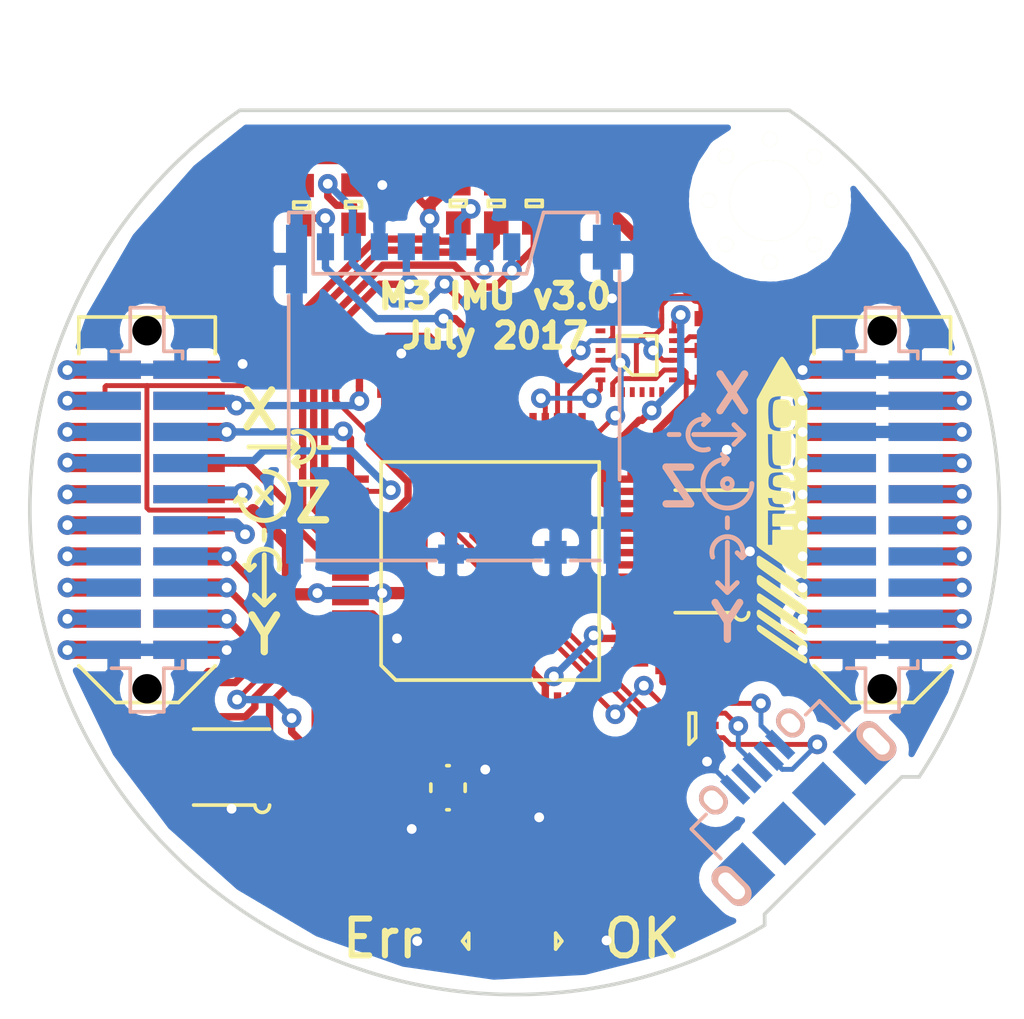
<source format=kicad_pcb>
(kicad_pcb (version 4) (host pcbnew 4.0.6)
  (title_block (title "M3 IMU board layout") (date 2016-05-22) (rev 1.0) (company "Cambridge University Spaceflight") (comment 1 "Drawn by: Gregory Brooks"))
  (layers (0 F.Cu signal) (31 B.Cu signal) (34 B.Paste user hide) (35 F.Paste user) (36 B.SilkS user) (37 F.SilkS user) (38 B.Mask user hide) (39 F.Mask user hide) (44 Edge.Cuts user))
  (net 0 "")
  (net 1 GND)
  (net 2 "Net-(C1-Pad2)")
  (net 3 "Net-(C2-Pad1)")
  (net 4 3v3)
  (net 5 "Net-(C10-Pad1)")
  (net 6 "Net-(C11-Pad1)")
  (net 7 /5v_CAN)
  (net 8 "Net-(C16-Pad1)")
  (net 9 "Net-(D1-Pad2)")
  (net 10 "Net-(D3-Pad2)")
  (net 11 "Net-(IC1-Pad6)")
  (net 12 /LED_RED)
  (net 13 /LED_GRN)
  (net 14 /BARO_SCLK)
  (net 15 /BARO_SDO)
  (net 16 /BARO_SDI)
  (net 17 /BARO_CS)
  (net 18 /MPU_IRQ)
  (net 19 /~MPU_SS)
  (net 20 /JTMS)
  (net 21 /JTCK)
  (net 22 /JTDI)
  (net 23 /CAN_RXD)
  (net 24 /CAN_TXD)
  (net 25 /CAN-)
  (net 26 /CAN+)
  (net 27 /JTDR)
  (net 28 /PYRO_SO)
  (net 29 /PYRO_SI)
  (net 30 /CHARGE)
  (net 31 /OTG_FS_DP)
  (net 32 /OTG_FS_DM)
  (net 33 /SCLK)
  (net 34 /MISO)
  (net 35 /MOSI)
  (net 36 /USB_DETECT)
  (net 37 "Net-(D2-Pad1)")
  (net 38 "Net-(D2-Pad3)")
  (net 39 /SDIO_D0)
  (net 40 /SDIO_D1)
  (net 41 /SDIO_D2)
  (net 42 /SDIO_D3)
  (net 43 /SDIO_CK)
  (net 44 /SDIO_CMD)
  (net 45 /3v3_RADIO)
  (net 46 /3v3_FC)
  (net 47 /3v3_PYRO)
  (net 48 /3v3_DL)
  (net 49 /RSVD1)
  (net 50 /3v3_AUX1)
  (net 51 /3v3_AUX2)
  (net 52 /RSVD2)
  (net 53 /5v_RADIO)
  (net 54 /PYRO1)
  (net 55 5v)
  (net 56 /PYRO2)
  (net 57 /5v_AUX1)
  (net 58 /PYRO3)
  (net 59 /5v_AUX2)
  (net 60 /PYRO4)
  (net 61 /5v_CAM)
  (net 62 /PWR)
  (net 63 /JTDO)
  (module agg:MICROSD_MOLEX_503398-1892 (layer B.Cu) (at 97.48 91.97 180)
    (fp_text reference U2)
    (fp_text value MICROSD-RESCUE-main)
    (pad 1 smd rect (at -2.4 2.7 180) (size 0.7 1.1) (layers B.Cu B.Paste B.Mask) (net 41 /SDIO_D2))
    (pad 2 smd rect (at -1.3 2.7 180) (size 0.7 1.1) (layers B.Cu B.Paste B.Mask) (net 42 /SDIO_D3))
    (pad 3 smd rect (at -0.2 2.7 180) (size 0.7 1.1) (layers B.Cu B.Paste B.Mask) (net 44 /SDIO_CMD))
    (pad 4 smd rect (at 0.9 2.7 180) (size 0.7 1.1) (layers B.Cu B.Paste B.Mask) (net 4 3v3))
    (pad 5 smd rect (at 1.9 2.7 180) (size 0.7 1.1) (layers B.Cu B.Paste B.Mask) (net 43 /SDIO_CK))
    (pad 6 smd rect (at 3 2.7 180) (size 0.7 1.1) (layers B.Cu B.Paste B.Mask) (net 1 GND))
    (pad 7 smd rect (at 4.1 2.7 180) (size 0.7 1.1) (layers B.Cu B.Paste B.Mask) (net 39 /SDIO_D0))
    (pad 8 smd rect (at 5.2 2.7 180) (size 0.7 1.1) (layers B.Cu B.Paste B.Mask) (net 40 /SDIO_D1))
    (pad 9 smd rect (at -6.28 2.685 180) (size 1.14 1.83) (layers B.Cu B.Paste B.Mask) (net 1 GND))
    (pad 9 smd rect (at 6.38 2.2 180) (size 0.86 2.8) (layers B.Cu B.Paste B.Mask) (net 1 GND))
    (pad 9 smd rect (at 6.46 -8.565 180) (size 0.7 3.33) (layers B.Cu B.Paste B.Mask) (net 1 GND))
    (pad 9 smd rect (at -6.5 -8.565 180) (size 0.7 3.33) (layers B.Cu B.Paste B.Mask) (net 1 GND))
    (pad 10 smd rect (at -4.19 -9.765 180) (size 0.9 0.93) (layers B.Cu B.Paste B.Mask) (net 1 GND))
    (pad 11 smd rect (at 0.075 -9.84 180) (size 1.05 0.78) (layers B.Cu B.Paste B.Mask) (net 1 GND))
  )
  (module agg:MICROUSB_MOLEX_47589-0001 (layer B.Cu) (at 111.804676 112.395324 225)
    (fp_text reference J1)
    (fp_text value MICROUSB)
    (pad 3 smd rect (at 0 2.675001 225) (size 0.4 1.35) (layers B.Cu B.Paste B.Mask) (net 38 "Net-(D2-Pad3)"))
    (pad 4 smd rect (at 0.65 2.675 225) (size 0.4 1.35) (layers B.Cu B.Paste B.Mask))
    (pad 2 smd rect (at -0.65 2.675 225) (size 0.4 1.35) (layers B.Cu B.Paste B.Mask) (net 37 "Net-(D2-Pad1)"))
    (pad 1 smd rect (at -1.3 2.675 225) (size 0.4 1.35) (layers B.Cu B.Paste B.Mask) (net 36 /USB_DETECT))
    (pad 5 smd rect (at 1.3 2.675 225) (size 0.4 1.35) (layers B.Cu B.Paste B.Mask) (net 1 GND))
    (pad S thru_hole oval (at 2.225 3 225) (size 1 1.25) (drill oval 0.65 0.85) (layers *.Cu *.Mask B.SilkS))
    (pad "" thru_hole oval (at -2.225 3 225) (size 1 1.25) (drill oval 0.65 0.85) (layers *.Cu *.Mask B.SilkS))
    (pad "" smd rect (at 1.15 0 225) (size 1.8 1.9) (layers B.Cu B.Paste B.Mask))
    (pad "" smd rect (at -1.15 0 225) (size 1.8 1.9) (layers B.Cu B.Paste B.Mask))
    (pad "" smd rect (at 3.3875 0 225) (size 1.575 1.9) (layers B.Cu B.Paste B.Mask))
    (pad "" thru_hole oval (at 4.175 0 225) (size 1 1.9) (drill oval 0.6 1.3) (layers *.Cu *.Mask B.SilkS))
    (pad "" smd rect (at -3.3875 0 225) (size 1.575 1.9) (layers B.Cu B.Paste B.Mask))
    (pad "" thru_hole oval (at -4.175 0 225) (size 1 1.9) (drill oval 0.6 1.3) (layers *.Cu *.Mask B.SilkS))
  )
  (module M3_IMU:cusf_logo_small (layer F.Cu) (at 110.9 100)
    (fp_text reference X1 hide)
    (fp_text value PART hide)
  )
  (module agg:MS5611 (layer F.Cu) (at 108.05 101.7 180)
    (fp_text reference IC3)
    (fp_text value MS5611-01BA03)
    (pad 1 smd rect (at -1.1 -1.875 180) (size 1.1 0.6) (layers F.Cu F.Paste F.Mask) (net 4 3v3))
    (pad 2 smd rect (at -1.1 -0.625 180) (size 1.1 0.6) (layers F.Cu F.Paste F.Mask) (net 1 GND))
    (pad 3 smd rect (at -1.1 0.625 180) (size 1.1 0.6) (layers F.Cu F.Paste F.Mask) (net 1 GND))
    (pad 4 smd rect (at -1.1 1.875 180) (size 1.1 0.6) (layers F.Cu F.Paste F.Mask))
    (pad 5 smd rect (at 1.1 1.875 180) (size 1.1 0.6) (layers F.Cu F.Paste F.Mask) (net 17 /BARO_CS))
    (pad 6 smd rect (at 1.1 0.625 180) (size 1.1 0.6) (layers F.Cu F.Paste F.Mask) (net 15 /BARO_SDO))
    (pad 7 smd rect (at 1.1 -0.625 180) (size 1.1 0.6) (layers F.Cu F.Paste F.Mask) (net 16 /BARO_SDI))
    (pad 8 smd rect (at 1.1 -1.875 180) (size 1.1 0.6) (layers F.Cu F.Paste F.Mask) (net 14 /BARO_SCLK))
  )
  (module agg:0402 (layer F.Cu) (at 91.75 106.25 270)
    (fp_text reference C5)
    (fp_text value 100n)
    (pad 1 smd rect (at -0.45 0 270) (size 0.62 0.62) (layers F.Cu F.Paste F.Mask) (net 1 GND))
    (pad 2 smd rect (at 0.45 0 270) (size 0.62 0.62) (layers F.Cu F.Paste F.Mask) (net 4 3v3))
  )
  (module agg:TFML-110-02-L-D (layer F.Cu) (at 85 100 270)
    (fp_text reference J3)
    (fp_text value "WEST TOP")
    (pad 1 smd rect (at -5.715 1.715 270) (size 0.74 2.92) (layers F.Cu F.Paste F.Mask) (net 1 GND))
    (pad 2 smd rect (at -5.715 -1.715 270) (size 0.74 2.92) (layers F.Cu F.Paste F.Mask) (net 1 GND))
    (pad 3 smd rect (at -4.445 1.715 270) (size 0.74 2.92) (layers F.Cu F.Paste F.Mask) (net 4 3v3))
    (pad 4 smd rect (at -4.445 -1.715 270) (size 0.74 2.92) (layers F.Cu F.Paste F.Mask) (net 20 /JTMS))
    (pad 5 smd rect (at -3.175 1.715 270) (size 0.74 2.92) (layers F.Cu F.Paste F.Mask) (net 45 /3v3_RADIO))
    (pad 6 smd rect (at -3.175 -1.715 270) (size 0.74 2.92) (layers F.Cu F.Paste F.Mask) (net 21 /JTCK))
    (pad 7 smd rect (at -1.905 1.715 270) (size 0.74 2.92) (layers F.Cu F.Paste F.Mask) (net 46 /3v3_FC))
    (pad 8 smd rect (at -1.905 -1.715 270) (size 0.74 2.92) (layers F.Cu F.Paste F.Mask) (net 63 /JTDO))
    (pad 9 smd rect (at -0.635 1.715 270) (size 0.74 2.92) (layers F.Cu F.Paste F.Mask) (net 47 /3v3_PYRO))
    (pad 10 smd rect (at -0.635 -1.715 270) (size 0.74 2.92) (layers F.Cu F.Paste F.Mask) (net 27 /JTDR))
    (pad 11 smd rect (at 0.635 1.715 270) (size 0.74 2.92) (layers F.Cu F.Paste F.Mask) (net 48 /3v3_DL))
    (pad 12 smd rect (at 0.635 -1.715 270) (size 0.74 2.92) (layers F.Cu F.Paste F.Mask) (net 49 /RSVD1))
    (pad 13 smd rect (at 1.905 1.715 270) (size 0.74 2.92) (layers F.Cu F.Paste F.Mask) (net 50 /3v3_AUX1))
    (pad 14 smd rect (at 1.905 -1.715 270) (size 0.74 2.92) (layers F.Cu F.Paste F.Mask) (net 7 /5v_CAN))
    (pad 15 smd rect (at 3.175 1.715 270) (size 0.74 2.92) (layers F.Cu F.Paste F.Mask) (net 51 /3v3_AUX2))
    (pad 16 smd rect (at 3.175 -1.715 270) (size 0.74 2.92) (layers F.Cu F.Paste F.Mask) (net 25 /CAN-))
    (pad 17 smd rect (at 4.445 1.715 270) (size 0.74 2.92) (layers F.Cu F.Paste F.Mask) (net 52 /RSVD2))
    (pad 18 smd rect (at 4.445 -1.715 270) (size 0.74 2.92) (layers F.Cu F.Paste F.Mask) (net 26 /CAN+))
    (pad 19 smd rect (at 5.715 1.715 270) (size 0.74 2.92) (layers F.Cu F.Paste F.Mask) (net 1 GND))
    (pad 20 smd rect (at 5.715 -1.715 270) (size 0.74 2.92) (layers F.Cu F.Paste F.Mask) (net 1 GND))
  )
  (module agg:LQFP-64 (layer F.Cu) (at 99 102.5 90)
    (fp_text reference IC1)
    (fp_text value STM32F405RxTx)
    (pad 1 smd rect (at -5.7 -3.75 90) (size 1.5 0.3) (layers F.Cu F.Paste F.Mask) (net 4 3v3))
    (pad 2 smd rect (at -5.7 -3.25 90) (size 1.5 0.3) (layers F.Cu F.Paste F.Mask))
    (pad 3 smd rect (at -5.7 -2.75 90) (size 1.5 0.3) (layers F.Cu F.Paste F.Mask))
    (pad 4 smd rect (at -5.7 -2.25 90) (size 1.5 0.3) (layers F.Cu F.Paste F.Mask))
    (pad 5 smd rect (at -5.7 -1.75 90) (size 1.5 0.3) (layers F.Cu F.Paste F.Mask) (net 2 "Net-(C1-Pad2)"))
    (pad 6 smd rect (at -5.7 -1.25 90) (size 1.5 0.3) (layers F.Cu F.Paste F.Mask) (net 11 "Net-(IC1-Pad6)"))
    (pad 7 smd rect (at -5.7 -0.75 90) (size 1.5 0.3) (layers F.Cu F.Paste F.Mask))
    (pad 8 smd rect (at -5.7 -0.25 90) (size 1.5 0.3) (layers F.Cu F.Paste F.Mask))
    (pad 9 smd rect (at -5.7 0.25 90) (size 1.5 0.3) (layers F.Cu F.Paste F.Mask))
    (pad 10 smd rect (at -5.7 0.75 90) (size 1.5 0.3) (layers F.Cu F.Paste F.Mask))
    (pad 11 smd rect (at -5.7 1.25 90) (size 1.5 0.3) (layers F.Cu F.Paste F.Mask))
    (pad 12 smd rect (at -5.7 1.75 90) (size 1.5 0.3) (layers F.Cu F.Paste F.Mask) (net 1 GND))
    (pad 13 smd rect (at -5.7 2.25 90) (size 1.5 0.3) (layers F.Cu F.Paste F.Mask) (net 4 3v3))
    (pad 14 smd rect (at -5.7 2.75 90) (size 1.5 0.3) (layers F.Cu F.Paste F.Mask))
    (pad 15 smd rect (at -5.7 3.25 90) (size 1.5 0.3) (layers F.Cu F.Paste F.Mask) (net 12 /LED_RED))
    (pad 16 smd rect (at -5.7 3.75 90) (size 1.5 0.3) (layers F.Cu F.Paste F.Mask) (net 13 /LED_GRN))
    (pad 17 smd rect (at -3.75 5.7 90) (size 0.3 1.5) (layers F.Cu F.Paste F.Mask))
    (pad 18 smd rect (at -3.25 5.7 90) (size 0.3 1.5) (layers F.Cu F.Paste F.Mask) (net 1 GND))
    (pad 19 smd rect (at -2.75 5.7 90) (size 0.3 1.5) (layers F.Cu F.Paste F.Mask) (net 4 3v3))
    (pad 20 smd rect (at -2.25 5.7 90) (size 0.3 1.5) (layers F.Cu F.Paste F.Mask))
    (pad 21 smd rect (at -1.75 5.7 90) (size 0.3 1.5) (layers F.Cu F.Paste F.Mask) (net 14 /BARO_SCLK))
    (pad 22 smd rect (at -1.25 5.7 90) (size 0.3 1.5) (layers F.Cu F.Paste F.Mask) (net 15 /BARO_SDO))
    (pad 23 smd rect (at -0.75 5.7 90) (size 0.3 1.5) (layers F.Cu F.Paste F.Mask) (net 16 /BARO_SDI))
    (pad 24 smd rect (at -0.25 5.7 90) (size 0.3 1.5) (layers F.Cu F.Paste F.Mask) (net 17 /BARO_CS))
    (pad 25 smd rect (at 0.25 5.7 90) (size 0.3 1.5) (layers F.Cu F.Paste F.Mask))
    (pad 26 smd rect (at 0.75 5.7 90) (size 0.3 1.5) (layers F.Cu F.Paste F.Mask))
    (pad 27 smd rect (at 1.25 5.7 90) (size 0.3 1.5) (layers F.Cu F.Paste F.Mask))
    (pad 28 smd rect (at 1.75 5.7 90) (size 0.3 1.5) (layers F.Cu F.Paste F.Mask))
    (pad 29 smd rect (at 2.25 5.7 90) (size 0.3 1.5) (layers F.Cu F.Paste F.Mask))
    (pad 30 smd rect (at 2.75 5.7 90) (size 0.3 1.5) (layers F.Cu F.Paste F.Mask) (net 18 /MPU_IRQ))
    (pad 31 smd rect (at 3.25 5.7 90) (size 0.3 1.5) (layers F.Cu F.Paste F.Mask) (net 6 "Net-(C11-Pad1)"))
    (pad 32 smd rect (at 3.75 5.7 90) (size 0.3 1.5) (layers F.Cu F.Paste F.Mask) (net 4 3v3))
    (pad 33 smd rect (at 5.7 3.75 90) (size 1.5 0.3) (layers F.Cu F.Paste F.Mask) (net 19 /~MPU_SS))
    (pad 34 smd rect (at 5.7 3.25 90) (size 1.5 0.3) (layers F.Cu F.Paste F.Mask) (net 33 /SCLK))
    (pad 35 smd rect (at 5.7 2.75 90) (size 1.5 0.3) (layers F.Cu F.Paste F.Mask) (net 34 /MISO))
    (pad 36 smd rect (at 5.7 2.25 90) (size 1.5 0.3) (layers F.Cu F.Paste F.Mask) (net 35 /MOSI))
    (pad 37 smd rect (at 5.7 1.75 90) (size 1.5 0.3) (layers F.Cu F.Paste F.Mask))
    (pad 38 smd rect (at 5.7 1.25 90) (size 1.5 0.3) (layers F.Cu F.Paste F.Mask))
    (pad 39 smd rect (at 5.7 0.75 90) (size 1.5 0.3) (layers F.Cu F.Paste F.Mask) (net 39 /SDIO_D0))
    (pad 40 smd rect (at 5.7 0.25 90) (size 1.5 0.3) (layers F.Cu F.Paste F.Mask) (net 40 /SDIO_D1))
    (pad 41 smd rect (at 5.7 -0.25 90) (size 1.5 0.3) (layers F.Cu F.Paste F.Mask))
    (pad 42 smd rect (at 5.7 -0.75 90) (size 1.5 0.3) (layers F.Cu F.Paste F.Mask) (net 36 /USB_DETECT))
    (pad 43 smd rect (at 5.7 -1.25 90) (size 1.5 0.3) (layers F.Cu F.Paste F.Mask))
    (pad 44 smd rect (at 5.7 -1.75 90) (size 1.5 0.3) (layers F.Cu F.Paste F.Mask) (net 32 /OTG_FS_DM))
    (pad 45 smd rect (at 5.7 -2.25 90) (size 1.5 0.3) (layers F.Cu F.Paste F.Mask) (net 31 /OTG_FS_DP))
    (pad 46 smd rect (at 5.7 -2.75 90) (size 1.5 0.3) (layers F.Cu F.Paste F.Mask) (net 20 /JTMS))
    (pad 47 smd rect (at 5.7 -3.25 90) (size 1.5 0.3) (layers F.Cu F.Paste F.Mask) (net 5 "Net-(C10-Pad1)"))
    (pad 48 smd rect (at 5.7 -3.75 90) (size 1.5 0.3) (layers F.Cu F.Paste F.Mask) (net 4 3v3))
    (pad 49 smd rect (at 3.75 -5.7 90) (size 0.3 1.5) (layers F.Cu F.Paste F.Mask) (net 21 /JTCK))
    (pad 50 smd rect (at 3.25 -5.7 90) (size 0.3 1.5) (layers F.Cu F.Paste F.Mask) (net 22 /JTDI))
    (pad 51 smd rect (at 2.75 -5.7 90) (size 0.3 1.5) (layers F.Cu F.Paste F.Mask) (net 41 /SDIO_D2))
    (pad 52 smd rect (at 2.25 -5.7 90) (size 0.3 1.5) (layers F.Cu F.Paste F.Mask) (net 42 /SDIO_D3))
    (pad 53 smd rect (at 1.75 -5.7 90) (size 0.3 1.5) (layers F.Cu F.Paste F.Mask) (net 43 /SDIO_CK))
    (pad 54 smd rect (at 1.25 -5.7 90) (size 0.3 1.5) (layers F.Cu F.Paste F.Mask) (net 44 /SDIO_CMD))
    (pad 55 smd rect (at 0.75 -5.7 90) (size 0.3 1.5) (layers F.Cu F.Paste F.Mask) (net 63 /JTDO))
    (pad 56 smd rect (at 0.25 -5.7 90) (size 0.3 1.5) (layers F.Cu F.Paste F.Mask))
    (pad 57 smd rect (at -0.25 -5.7 90) (size 0.3 1.5) (layers F.Cu F.Paste F.Mask))
    (pad 58 smd rect (at -0.75 -5.7 90) (size 0.3 1.5) (layers F.Cu F.Paste F.Mask))
    (pad 59 smd rect (at -1.25 -5.7 90) (size 0.3 1.5) (layers F.Cu F.Paste F.Mask))
    (pad 60 smd rect (at -1.75 -5.7 90) (size 0.3 1.5) (layers F.Cu F.Paste F.Mask) (net 1 GND))
    (pad 61 smd rect (at -2.25 -5.7 90) (size 0.3 1.5) (layers F.Cu F.Paste F.Mask) (net 23 /CAN_RXD))
    (pad 62 smd rect (at -2.75 -5.7 90) (size 0.3 1.5) (layers F.Cu F.Paste F.Mask) (net 24 /CAN_TXD))
    (pad 63 smd rect (at -3.25 -5.7 90) (size 0.3 1.5) (layers F.Cu F.Paste F.Mask) (net 1 GND))
    (pad 64 smd rect (at -3.75 -5.7 90) (size 0.3 1.5) (layers F.Cu F.Paste F.Mask) (net 4 3v3))
  )
  (module agg:0603 (layer F.Cu) (at 91.31 87.57 270)
    (fp_text reference R6)
    (fp_text value 47K)
    (pad 1 smd rect (at -0.8 0 270) (size 0.95 1) (layers F.Cu F.Paste F.Mask) (net 4 3v3))
    (pad 2 smd rect (at 0.8 0 270) (size 0.95 1) (layers F.Cu F.Paste F.Mask) (net 40 /SDIO_D1))
  )
  (module agg:SFML-110-02-L-D-LC (layer B.Cu) (at 115 100 270)
    (fp_text reference J4)
    (fp_text value "EAST BOT")
    (pad 1 smd rect (at -5.715 1.365 270) (size 0.74 2.22) (layers B.Cu B.Paste B.Mask) (net 1 GND))
    (pad 2 smd rect (at -5.715 -1.365 270) (size 0.74 2.22) (layers B.Cu B.Paste B.Mask) (net 1 GND))
    (pad 3 smd rect (at -4.445 1.365 270) (size 0.74 2.22) (layers B.Cu B.Paste B.Mask) (net 28 /PYRO_SO))
    (pad 4 smd rect (at -4.445 -1.365 270) (size 0.74 2.22) (layers B.Cu B.Paste B.Mask) (net 28 /PYRO_SO))
    (pad 5 smd rect (at -3.175 1.365 270) (size 0.74 2.22) (layers B.Cu B.Paste B.Mask) (net 29 /PYRO_SI))
    (pad 6 smd rect (at -3.175 -1.365 270) (size 0.74 2.22) (layers B.Cu B.Paste B.Mask) (net 29 /PYRO_SI))
    (pad 7 smd rect (at -1.905 1.365 270) (size 0.74 2.22) (layers B.Cu B.Paste B.Mask) (net 53 /5v_RADIO))
    (pad 8 smd rect (at -1.905 -1.365 270) (size 0.74 2.22) (layers B.Cu B.Paste B.Mask) (net 54 /PYRO1))
    (pad 9 smd rect (at -0.635 1.365 270) (size 0.74 2.22) (layers B.Cu B.Paste B.Mask) (net 55 5v))
    (pad 10 smd rect (at -0.635 -1.365 270) (size 0.74 2.22) (layers B.Cu B.Paste B.Mask) (net 56 /PYRO2))
    (pad 11 smd rect (at 0.635 1.365 270) (size 0.74 2.22) (layers B.Cu B.Paste B.Mask) (net 57 /5v_AUX1))
    (pad 12 smd rect (at 0.635 -1.365 270) (size 0.74 2.22) (layers B.Cu B.Paste B.Mask) (net 58 /PYRO3))
    (pad 13 smd rect (at 1.905 1.365 270) (size 0.74 2.22) (layers B.Cu B.Paste B.Mask) (net 59 /5v_AUX2))
    (pad 14 smd rect (at 1.905 -1.365 270) (size 0.74 2.22) (layers B.Cu B.Paste B.Mask) (net 60 /PYRO4))
    (pad 15 smd rect (at 3.175 1.365 270) (size 0.74 2.22) (layers B.Cu B.Paste B.Mask) (net 61 /5v_CAM))
    (pad 16 smd rect (at 3.175 -1.365 270) (size 0.74 2.22) (layers B.Cu B.Paste B.Mask) (net 62 /PWR))
    (pad 17 smd rect (at 4.445 1.365 270) (size 0.74 2.22) (layers B.Cu B.Paste B.Mask) (net 30 /CHARGE))
    (pad 18 smd rect (at 4.445 -1.365 270) (size 0.74 2.22) (layers B.Cu B.Paste B.Mask) (net 30 /CHARGE))
    (pad 19 smd rect (at 5.715 1.365 270) (size 0.74 2.22) (layers B.Cu B.Paste B.Mask) (net 1 GND))
    (pad 20 smd rect (at 5.715 -1.365 270) (size 0.74 2.22) (layers B.Cu B.Paste B.Mask) (net 1 GND))
    (pad "" np_thru_hole circle (at 7.305 0 270) (size 1.2 1.2) (drill 1.2) (layers *.Mask))
    (pad "" np_thru_hole circle (at -7.305 0 270) (size 1.2 1.2) (drill 1.2) (layers *.Mask))
  )
  (module agg:0402 (layer F.Cu) (at 98 116.2)
    (fp_text reference R2)
    (fp_text value 100)
    (pad 1 smd rect (at -0.45 0) (size 0.62 0.62) (layers F.Cu F.Paste F.Mask) (net 12 /LED_RED))
    (pad 2 smd rect (at 0.45 0) (size 0.62 0.62) (layers F.Cu F.Paste F.Mask) (net 9 "Net-(D1-Pad2)"))
  )
  (module agg:QFN-24-MPU9250 (layer F.Cu) (at 105 93.7 90)
    (fp_text reference IC4)
    (fp_text value MPU-9250)
    (pad 1 smd rect (at -1.5 -1 90) (size 0.4 0.2) (layers F.Cu F.Paste F.Mask) (net 4 3v3))
    (pad 2 smd rect (at -1.5 -0.6 90) (size 0.4 0.2) (layers F.Cu F.Paste F.Mask))
    (pad 3 smd rect (at -1.5 -0.2 90) (size 0.4 0.2) (layers F.Cu F.Paste F.Mask))
    (pad 4 smd rect (at -1.5 0.2 90) (size 0.4 0.2) (layers F.Cu F.Paste F.Mask))
    (pad 5 smd rect (at -1.5 0.6 90) (size 0.4 0.2) (layers F.Cu F.Paste F.Mask))
    (pad 6 smd rect (at -1.5 1 90) (size 0.4 0.2) (layers F.Cu F.Paste F.Mask))
    (pad 7 smd rect (at -1 1.5 90) (size 0.2 0.4) (layers F.Cu F.Paste F.Mask))
    (pad 8 smd rect (at -0.6 1.5 90) (size 0.2 0.4) (layers F.Cu F.Paste F.Mask) (net 4 3v3))
    (pad 9 smd rect (at -0.2 1.5 90) (size 0.2 0.4) (layers F.Cu F.Paste F.Mask) (net 34 /MISO))
    (pad 10 smd rect (at 0.2 1.5 90) (size 0.2 0.4) (layers F.Cu F.Paste F.Mask) (net 8 "Net-(C16-Pad1)"))
    (pad 11 smd rect (at 0.6 1.5 90) (size 0.2 0.4) (layers F.Cu F.Paste F.Mask) (net 1 GND))
    (pad 12 smd rect (at 1 1.5 90) (size 0.2 0.4) (layers F.Cu F.Paste F.Mask) (net 18 /MPU_IRQ))
    (pad 13 smd rect (at 1.5 1 90) (size 0.4 0.2) (layers F.Cu F.Paste F.Mask) (net 4 3v3))
    (pad 14 smd rect (at 1.5 0.6 90) (size 0.4 0.2) (layers F.Cu F.Paste F.Mask))
    (pad 15 smd rect (at 1.5 0.2 90) (size 0.4 0.2) (layers F.Cu F.Paste F.Mask))
    (pad 16 smd rect (at 1.5 -0.2 90) (size 0.4 0.2) (layers F.Cu F.Paste F.Mask))
    (pad 17 smd rect (at 1.5 -0.6 90) (size 0.4 0.2) (layers F.Cu F.Paste F.Mask))
    (pad 18 smd rect (at 1.5 -1 90) (size 0.4 0.2) (layers F.Cu F.Paste F.Mask) (net 1 GND))
    (pad 19 smd rect (at 1 -1.5 90) (size 0.2 0.4) (layers F.Cu F.Paste F.Mask))
    (pad 20 smd rect (at 0.6 -1.5 90) (size 0.2 0.4) (layers F.Cu F.Paste F.Mask) (net 1 GND))
    (pad 21 smd rect (at 0.2 -1.5 90) (size 0.2 0.4) (layers F.Cu F.Paste F.Mask))
    (pad 22 smd rect (at -0.2 -1.5 90) (size 0.2 0.4) (layers F.Cu F.Paste F.Mask) (net 19 /~MPU_SS))
    (pad 23 smd rect (at -0.6 -1.5 90) (size 0.2 0.4) (layers F.Cu F.Paste F.Mask) (net 33 /SCLK))
    (pad 24 smd rect (at -1 -1.5 90) (size 0.2 0.4) (layers F.Cu F.Paste F.Mask) (net 35 /MOSI))
  )
  (module agg:0402 (layer F.Cu) (at 108.1 92.2 180)
    (fp_text reference C13)
    (fp_text value 100n)
    (pad 1 smd rect (at -0.45 0 180) (size 0.62 0.62) (layers F.Cu F.Paste F.Mask) (net 1 GND))
    (pad 2 smd rect (at 0.45 0 180) (size 0.62 0.62) (layers F.Cu F.Paste F.Mask) (net 4 3v3))
  )
  (module agg:SFML-110-02-L-D-LC (layer B.Cu) (at 85 100 270)
    (fp_text reference J2)
    (fp_text value "WEST BOT")
    (pad 1 smd rect (at -5.715 1.365 270) (size 0.74 2.22) (layers B.Cu B.Paste B.Mask) (net 1 GND))
    (pad 2 smd rect (at -5.715 -1.365 270) (size 0.74 2.22) (layers B.Cu B.Paste B.Mask) (net 1 GND))
    (pad 3 smd rect (at -4.445 1.365 270) (size 0.74 2.22) (layers B.Cu B.Paste B.Mask) (net 4 3v3))
    (pad 4 smd rect (at -4.445 -1.365 270) (size 0.74 2.22) (layers B.Cu B.Paste B.Mask) (net 20 /JTMS))
    (pad 5 smd rect (at -3.175 1.365 270) (size 0.74 2.22) (layers B.Cu B.Paste B.Mask) (net 45 /3v3_RADIO))
    (pad 6 smd rect (at -3.175 -1.365 270) (size 0.74 2.22) (layers B.Cu B.Paste B.Mask) (net 21 /JTCK))
    (pad 7 smd rect (at -1.905 1.365 270) (size 0.74 2.22) (layers B.Cu B.Paste B.Mask) (net 46 /3v3_FC))
    (pad 8 smd rect (at -1.905 -1.365 270) (size 0.74 2.22) (layers B.Cu B.Paste B.Mask) (net 22 /JTDI))
    (pad 9 smd rect (at -0.635 1.365 270) (size 0.74 2.22) (layers B.Cu B.Paste B.Mask) (net 47 /3v3_PYRO))
    (pad 10 smd rect (at -0.635 -1.365 270) (size 0.74 2.22) (layers B.Cu B.Paste B.Mask) (net 27 /JTDR))
    (pad 11 smd rect (at 0.635 1.365 270) (size 0.74 2.22) (layers B.Cu B.Paste B.Mask) (net 48 /3v3_DL))
    (pad 12 smd rect (at 0.635 -1.365 270) (size 0.74 2.22) (layers B.Cu B.Paste B.Mask) (net 49 /RSVD1))
    (pad 13 smd rect (at 1.905 1.365 270) (size 0.74 2.22) (layers B.Cu B.Paste B.Mask) (net 50 /3v3_AUX1))
    (pad 14 smd rect (at 1.905 -1.365 270) (size 0.74 2.22) (layers B.Cu B.Paste B.Mask) (net 7 /5v_CAN))
    (pad 15 smd rect (at 3.175 1.365 270) (size 0.74 2.22) (layers B.Cu B.Paste B.Mask) (net 51 /3v3_AUX2))
    (pad 16 smd rect (at 3.175 -1.365 270) (size 0.74 2.22) (layers B.Cu B.Paste B.Mask) (net 25 /CAN-))
    (pad 17 smd rect (at 4.445 1.365 270) (size 0.74 2.22) (layers B.Cu B.Paste B.Mask) (net 52 /RSVD2))
    (pad 18 smd rect (at 4.445 -1.365 270) (size 0.74 2.22) (layers B.Cu B.Paste B.Mask) (net 26 /CAN+))
    (pad 19 smd rect (at 5.715 1.365 270) (size 0.74 2.22) (layers B.Cu B.Paste B.Mask) (net 1 GND))
    (pad 20 smd rect (at 5.715 -1.365 270) (size 0.74 2.22) (layers B.Cu B.Paste B.Mask) (net 1 GND))
    (pad "" np_thru_hole circle (at 7.305 0 270) (size 1.2 1.2) (drill 1.2) (layers *.Mask))
    (pad "" np_thru_hole circle (at -7.305 0 270) (size 1.2 1.2) (drill 1.2) (layers *.Mask))
  )
  (module agg:DFN-8-EP-MICROCHIP (layer F.Cu) (at 88.45 110.5 180)
    (fp_text reference IC2)
    (fp_text value MCP2562)
    (pad 1 smd rect (at -1.55 -0.975 180) (size 0.65 0.35) (layers F.Cu F.Paste F.Mask) (net 24 /CAN_TXD))
    (pad 2 smd rect (at -1.55 -0.325 180) (size 0.65 0.35) (layers F.Cu F.Paste F.Mask) (net 1 GND))
    (pad 3 smd rect (at -1.55 0.325 180) (size 0.65 0.35) (layers F.Cu F.Paste F.Mask) (net 7 /5v_CAN))
    (pad 4 smd rect (at -1.55 0.975 180) (size 0.65 0.35) (layers F.Cu F.Paste F.Mask) (net 23 /CAN_RXD))
    (pad 5 smd rect (at 1.55 0.975 180) (size 0.65 0.35) (layers F.Cu F.Paste F.Mask) (net 4 3v3))
    (pad 6 smd rect (at 1.55 0.325 180) (size 0.65 0.35) (layers F.Cu F.Paste F.Mask) (net 25 /CAN-))
    (pad 7 smd rect (at 1.55 -0.325 180) (size 0.65 0.35) (layers F.Cu F.Paste F.Mask) (net 26 /CAN+))
    (pad 8 smd rect (at 1.55 -0.975 180) (size 0.65 0.35) (layers F.Cu F.Paste F.Mask) (net 1 GND))
    (pad EP smd rect (at 0 -0.6 180) (size 0.8 0.8) (layers F.Cu F.Mask) (net 1 GND))
    (pad EP smd rect (at 0 0.6 180) (size 0.8 0.8) (layers F.Cu F.Mask) (net 1 GND))
    (pad EP smd rect (at 0 -0.6 180) (size 0.8 0.8) (layers F.Cu F.Paste) (net 1 GND))
    (pad EP smd rect (at 0 0.6 180) (size 0.8 0.8) (layers F.Cu F.Paste) (net 1 GND))
    (pad EP smd rect (at 0 0 180) (size 1.55 2.4) (layers F.Cu) (net 1 GND))
  )
  (module agg:0402 (layer F.Cu) (at 101.441107 110.065147)
    (fp_text reference C9)
    (fp_text value 100n)
    (pad 1 smd rect (at -0.45 0) (size 0.62 0.62) (layers F.Cu F.Paste F.Mask) (net 1 GND))
    (pad 2 smd rect (at 0.45 0) (size 0.62 0.62) (layers F.Cu F.Paste F.Mask) (net 4 3v3))
  )
  (module agg:0402 (layer F.Cu) (at 101.441107 111.565147)
    (fp_text reference C6)
    (fp_text value 1µ)
    (pad 1 smd rect (at -0.45 0) (size 0.62 0.62) (layers F.Cu F.Paste F.Mask) (net 1 GND))
    (pad 2 smd rect (at 0.45 0) (size 0.62 0.62) (layers F.Cu F.Paste F.Mask) (net 4 3v3))
  )
  (module agg:0402 (layer F.Cu) (at 108.7 106.4 180)
    (fp_text reference C3)
    (fp_text value 4µ7)
    (pad 1 smd rect (at -0.45 0 180) (size 0.62 0.62) (layers F.Cu F.Paste F.Mask) (net 1 GND))
    (pad 2 smd rect (at 0.45 0 180) (size 0.62 0.62) (layers F.Cu F.Paste F.Mask) (net 4 3v3))
  )
  (module agg:0402 (layer F.Cu) (at 106.5 106.4)
    (fp_text reference C7)
    (fp_text value 100n)
    (pad 1 smd rect (at -0.45 0) (size 0.62 0.62) (layers F.Cu F.Paste F.Mask) (net 1 GND))
    (pad 2 smd rect (at 0.45 0) (size 0.62 0.62) (layers F.Cu F.Paste F.Mask) (net 4 3v3))
  )
  (module agg:0402 (layer F.Cu) (at 108.1 93.5)
    (fp_text reference C16)
    (fp_text value 100n)
    (pad 1 smd rect (at -0.45 0) (size 0.62 0.62) (layers F.Cu F.Paste F.Mask) (net 8 "Net-(C16-Pad1)"))
    (pad 2 smd rect (at 0.45 0) (size 0.62 0.62) (layers F.Cu F.Paste F.Mask) (net 1 GND))
  )
  (module agg:0402 (layer F.Cu) (at 108.1 94.8 180)
    (fp_text reference C14)
    (fp_text value 10n)
    (pad 1 smd rect (at -0.45 0 180) (size 0.62 0.62) (layers F.Cu F.Paste F.Mask) (net 1 GND))
    (pad 2 smd rect (at 0.45 0 180) (size 0.62 0.62) (layers F.Cu F.Paste F.Mask) (net 4 3v3))
  )
  (module agg:0402 (layer F.Cu) (at 95.25 111.4 90)
    (fp_text reference C1)
    (fp_text value 10p)
    (pad 1 smd rect (at -0.45 0 90) (size 0.62 0.62) (layers F.Cu F.Paste F.Mask) (net 1 GND))
    (pad 2 smd rect (at 0.45 0 90) (size 0.62 0.62) (layers F.Cu F.Paste F.Mask) (net 2 "Net-(C1-Pad2)"))
  )
  (module agg:0402 (layer F.Cu) (at 97.405047 113.866527 180)
    (fp_text reference C2)
    (fp_text value 10p)
    (pad 1 smd rect (at -0.45 0 180) (size 0.62 0.62) (layers F.Cu F.Paste F.Mask) (net 3 "Net-(C2-Pad1)"))
    (pad 2 smd rect (at 0.45 0 180) (size 0.62 0.62) (layers F.Cu F.Paste F.Mask) (net 1 GND))
  )
  (module agg:0402 (layer F.Cu) (at 107.025 97.05 180)
    (fp_text reference C4)
    (fp_text value 100n)
    (pad 1 smd rect (at -0.45 0 180) (size 0.62 0.62) (layers F.Cu F.Paste F.Mask) (net 1 GND))
    (pad 2 smd rect (at 0.45 0 180) (size 0.62 0.62) (layers F.Cu F.Paste F.Mask) (net 4 3v3))
  )
  (module agg:0402 (layer F.Cu) (at 94.7 94.675 270)
    (fp_text reference C8)
    (fp_text value 100n)
    (pad 1 smd rect (at -0.45 0 270) (size 0.62 0.62) (layers F.Cu F.Paste F.Mask) (net 1 GND))
    (pad 2 smd rect (at 0.45 0 270) (size 0.62 0.62) (layers F.Cu F.Paste F.Mask) (net 4 3v3))
  )
  (module agg:0402 (layer F.Cu) (at 96 94.675 90)
    (fp_text reference C10)
    (fp_text value 2µ2)
    (pad 1 smd rect (at -0.45 0 90) (size 0.62 0.62) (layers F.Cu F.Paste F.Mask) (net 5 "Net-(C10-Pad1)"))
    (pad 2 smd rect (at 0.45 0 90) (size 0.62 0.62) (layers F.Cu F.Paste F.Mask) (net 1 GND))
  )
  (module agg:0402 (layer F.Cu) (at 107 98.1)
    (fp_text reference C11)
    (fp_text value 2µ2)
    (pad 1 smd rect (at -0.45 0) (size 0.62 0.62) (layers F.Cu F.Paste F.Mask) (net 6 "Net-(C11-Pad1)"))
    (pad 2 smd rect (at 0.45 0) (size 0.62 0.62) (layers F.Cu F.Paste F.Mask) (net 1 GND))
  )
  (module agg:0402 (layer F.Cu) (at 91.25 110.6 270)
    (fp_text reference C12)
    (fp_text value 100n)
    (pad 1 smd rect (at -0.45 0 270) (size 0.62 0.62) (layers F.Cu F.Paste F.Mask) (net 7 /5v_CAN))
    (pad 2 smd rect (at 0.45 0 270) (size 0.62 0.62) (layers F.Cu F.Paste F.Mask) (net 1 GND))
  )
  (module agg:0402 (layer F.Cu) (at 108.7 105.15)
    (fp_text reference C15)
    (fp_text value 100n)
    (pad 1 smd rect (at -0.45 0) (size 0.62 0.62) (layers F.Cu F.Paste F.Mask) (net 4 3v3))
    (pad 2 smd rect (at 0.45 0) (size 0.62 0.62) (layers F.Cu F.Paste F.Mask) (net 1 GND))
  )
  (module agg:0603-LED (layer F.Cu) (at 98 117.6)
    (fp_text reference D1)
    (fp_text value RED)
    (pad 1 smd rect (at -0.8 0) (size 0.95 1) (layers F.Cu F.Paste F.Mask) (net 1 GND))
    (pad 2 smd rect (at 0.8 0) (size 0.95 1) (layers F.Cu F.Paste F.Mask) (net 9 "Net-(D1-Pad2)"))
  )
  (module agg:0603-LED (layer F.Cu) (at 101.8 117.6 180)
    (fp_text reference D3)
    (fp_text value GRN)
    (pad 1 smd rect (at -0.8 0 180) (size 0.95 1) (layers F.Cu F.Paste F.Mask) (net 1 GND))
    (pad 2 smd rect (at 0.8 0 180) (size 0.95 1) (layers F.Cu F.Paste F.Mask) (net 10 "Net-(D3-Pad2)"))
  )
  (module agg:0402 (layer F.Cu) (at 99.705047 111.366527 90)
    (fp_text reference R1)
    (fp_text value 100)
    (pad 1 smd rect (at -0.45 0 90) (size 0.62 0.62) (layers F.Cu F.Paste F.Mask) (net 3 "Net-(C2-Pad1)"))
    (pad 2 smd rect (at 0.45 0 90) (size 0.62 0.62) (layers F.Cu F.Paste F.Mask) (net 11 "Net-(IC1-Pad6)"))
  )
  (module agg:0402 (layer F.Cu) (at 101.8 116.2 180)
    (fp_text reference R4)
    (fp_text value 100)
    (pad 1 smd rect (at -0.45 0 180) (size 0.62 0.62) (layers F.Cu F.Paste F.Mask) (net 13 /LED_GRN))
    (pad 2 smd rect (at 0.45 0 180) (size 0.62 0.62) (layers F.Cu F.Paste F.Mask) (net 10 "Net-(D3-Pad2)"))
  )
  (module agg:XTAL-20x16 (layer F.Cu) (at 97.280047 111.341527)
    (fp_text reference Y1)
    (fp_text value 26M)
    (pad 1 smd rect (at -0.575 -0.725 270) (size 0.95 0.85) (layers F.Cu F.Paste F.Mask) (net 2 "Net-(C1-Pad2)"))
    (pad 2 smd rect (at -0.575 0.725 270) (size 0.95 0.85) (layers F.Cu F.Paste F.Mask) (net 1 GND))
    (pad 3 smd rect (at 0.575 0.725 270) (size 0.95 0.85) (layers F.Cu F.Paste F.Mask) (net 3 "Net-(C2-Pad1)"))
    (pad 4 smd rect (at 0.575 -0.725 270) (size 0.95 0.85) (layers F.Cu F.Paste F.Mask) (net 1 GND))
  )
  (module agg:M3_MOUNT (layer F.Cu) (at 110.42 87.38)
    (fp_text reference X2 hide)
    (fp_text value PART hide)
    (pad "" np_thru_hole circle (at 0 0) (size 3.3 3.3) (drill 3.3) (layers *.Cu *.Mask F.SilkS) (clearance 1.65))
    (pad "" np_thru_hole circle (at 0 -2.5) (size 0.6 0.6) (drill 0.6) (layers *.Cu *.Mask F.SilkS))
    (pad "" np_thru_hole circle (at 2.5 0) (size 0.6 0.6) (drill 0.6) (layers *.Cu *.Mask F.SilkS))
    (pad "" np_thru_hole circle (at 0 2.5) (size 0.6 0.6) (drill 0.6) (layers *.Cu *.Mask F.SilkS))
    (pad "" np_thru_hole circle (at -2.5 0) (size 0.6 0.6) (drill 0.6) (layers *.Cu *.Mask F.SilkS))
    (pad "" np_thru_hole circle (at -1.8 -1.8) (size 0.6 0.6) (drill 0.6) (layers *.Cu *.Mask F.SilkS))
    (pad "" np_thru_hole circle (at 1.8 -1.8) (size 0.6 0.6) (drill 0.6) (layers *.Cu *.Mask F.SilkS))
    (pad "" np_thru_hole circle (at -1.8 1.8) (size 0.6 0.6) (drill 0.6) (layers *.Cu *.Mask F.SilkS))
    (pad "" np_thru_hole circle (at 1.8 1.8) (size 0.6 0.6) (drill 0.6) (layers *.Cu *.Mask F.SilkS))
  )
  (module agg:SOT-666 (layer F.Cu) (at 107.25 108.8 180)
    (fp_text reference D2)
    (fp_text value USBLC6-2P6)
    (pad 1 smd rect (at -0.719999 -0.5 180) (size 0.71 0.3) (layers F.Cu F.Paste F.Mask) (net 37 "Net-(D2-Pad1)"))
    (pad 2 smd rect (at -0.72 0 180) (size 0.71 0.3) (layers F.Cu F.Paste F.Mask) (net 1 GND))
    (pad 3 smd rect (at -0.719999 0.5 180) (size 0.71 0.3) (layers F.Cu F.Paste F.Mask) (net 38 "Net-(D2-Pad3)"))
    (pad 4 smd rect (at 0.719999 0.5 180) (size 0.71 0.3) (layers F.Cu F.Paste F.Mask) (net 31 /OTG_FS_DP))
    (pad 5 smd rect (at 0.72 0 180) (size 0.71 0.3) (layers F.Cu F.Paste F.Mask) (net 36 /USB_DETECT))
    (pad 6 smd rect (at 0.719999 -0.5 180) (size 0.71 0.3) (layers F.Cu F.Paste F.Mask) (net 32 /OTG_FS_DM))
  )
  (module agg:0603 (layer F.Cu) (at 93.425 87.55 270)
    (fp_text reference R3)
    (fp_text value 47K)
    (pad 1 smd rect (at -0.8 0 270) (size 0.95 1) (layers F.Cu F.Paste F.Mask) (net 4 3v3))
    (pad 2 smd rect (at 0.8 0 270) (size 0.95 1) (layers F.Cu F.Paste F.Mask) (net 39 /SDIO_D0))
  )
  (module agg:0603 (layer F.Cu) (at 100.8 87.5 270)
    (fp_text reference R7)
    (fp_text value 47K)
    (pad 1 smd rect (at -0.8 0 270) (size 0.95 1) (layers F.Cu F.Paste F.Mask) (net 4 3v3))
    (pad 2 smd rect (at 0.8 0 270) (size 0.95 1) (layers F.Cu F.Paste F.Mask) (net 41 /SDIO_D2))
  )
  (module agg:0603 (layer F.Cu) (at 99.25 87.5 270)
    (fp_text reference R8)
    (fp_text value 47K)
    (pad 1 smd rect (at -0.8 0 270) (size 0.95 1) (layers F.Cu F.Paste F.Mask) (net 4 3v3))
    (pad 2 smd rect (at 0.8 0 270) (size 0.95 1) (layers F.Cu F.Paste F.Mask) (net 42 /SDIO_D3))
  )
  (module agg:0603 (layer F.Cu) (at 97.7 87.5 270)
    (fp_text reference R9)
    (fp_text value 47K)
    (pad 1 smd rect (at -0.8 0 270) (size 0.95 1) (layers F.Cu F.Paste F.Mask) (net 4 3v3))
    (pad 2 smd rect (at 0.8 0 270) (size 0.95 1) (layers F.Cu F.Paste F.Mask) (net 44 /SDIO_CMD))
  )
  (module agg:0402 (layer F.Cu) (at 95.675 86.75 180)
    (fp_text reference C17)
    (fp_text value 100n)
    (pad 1 smd rect (at -0.45 0 180) (size 0.62 0.62) (layers F.Cu F.Paste F.Mask) (net 4 3v3))
    (pad 2 smd rect (at 0.45 0 180) (size 0.62 0.62) (layers F.Cu F.Paste F.Mask) (net 1 GND))
  )
  (module agg:TFML-110-02-L-D (layer F.Cu) (at 115 100 270)
    (fp_text reference J5)
    (fp_text value "EAST TOP")
    (pad 1 smd rect (at -5.715 1.715 270) (size 0.74 2.92) (layers F.Cu F.Paste F.Mask) (net 1 GND))
    (pad 2 smd rect (at -5.715 -1.715 270) (size 0.74 2.92) (layers F.Cu F.Paste F.Mask) (net 1 GND))
    (pad 3 smd rect (at -4.445 1.715 270) (size 0.74 2.92) (layers F.Cu F.Paste F.Mask) (net 28 /PYRO_SO))
    (pad 4 smd rect (at -4.445 -1.715 270) (size 0.74 2.92) (layers F.Cu F.Paste F.Mask) (net 28 /PYRO_SO))
    (pad 5 smd rect (at -3.175 1.715 270) (size 0.74 2.92) (layers F.Cu F.Paste F.Mask) (net 29 /PYRO_SI))
    (pad 6 smd rect (at -3.175 -1.715 270) (size 0.74 2.92) (layers F.Cu F.Paste F.Mask) (net 29 /PYRO_SI))
    (pad 7 smd rect (at -1.905 1.715 270) (size 0.74 2.92) (layers F.Cu F.Paste F.Mask) (net 53 /5v_RADIO))
    (pad 8 smd rect (at -1.905 -1.715 270) (size 0.74 2.92) (layers F.Cu F.Paste F.Mask) (net 54 /PYRO1))
    (pad 9 smd rect (at -0.635 1.715 270) (size 0.74 2.92) (layers F.Cu F.Paste F.Mask) (net 55 5v))
    (pad 10 smd rect (at -0.635 -1.715 270) (size 0.74 2.92) (layers F.Cu F.Paste F.Mask) (net 56 /PYRO2))
    (pad 11 smd rect (at 0.635 1.715 270) (size 0.74 2.92) (layers F.Cu F.Paste F.Mask) (net 57 /5v_AUX1))
    (pad 12 smd rect (at 0.635 -1.715 270) (size 0.74 2.92) (layers F.Cu F.Paste F.Mask) (net 58 /PYRO3))
    (pad 13 smd rect (at 1.905 1.715 270) (size 0.74 2.92) (layers F.Cu F.Paste F.Mask) (net 59 /5v_AUX2))
    (pad 14 smd rect (at 1.905 -1.715 270) (size 0.74 2.92) (layers F.Cu F.Paste F.Mask) (net 60 /PYRO4))
    (pad 15 smd rect (at 3.175 1.715 270) (size 0.74 2.92) (layers F.Cu F.Paste F.Mask) (net 61 /5v_CAM))
    (pad 16 smd rect (at 3.175 -1.715 270) (size 0.74 2.92) (layers F.Cu F.Paste F.Mask) (net 62 /PWR))
    (pad 17 smd rect (at 4.445 1.715 270) (size 0.74 2.92) (layers F.Cu F.Paste F.Mask) (net 30 /CHARGE))
    (pad 18 smd rect (at 4.445 -1.715 270) (size 0.74 2.92) (layers F.Cu F.Paste F.Mask) (net 30 /CHARGE))
    (pad 19 smd rect (at 5.715 1.715 270) (size 0.74 2.92) (layers F.Cu F.Paste F.Mask) (net 1 GND))
    (pad 20 smd rect (at 5.715 -1.715 270) (size 0.74 2.92) (layers F.Cu F.Paste F.Mask) (net 1 GND))
  )
  (gr_text "M3 IMU v3.0\nJuly 2017\n\n" (at 99.2 92.9) (layer F.SilkS) (effects (font (size 1 1) (thickness 0.25))))
  (gr_line (start 89.49 99.72) (end 90.06 99.1) (layer F.SilkS) (width 0.2))
  (gr_line (start 89.47 99.1) (end 90.06 99.73) (layer F.SilkS) (width 0.2))
  (gr_line (start 89.18344 102.462614) (end 89.38344 102.262614) (layer F.SilkS) (width 0.2))
  (gr_line (start 89.78344 103.881194) (end 90.18344 103.481194) (layer F.SilkS) (width 0.2))
  (gr_line (start 88.98344 102.262614) (end 89.18344 102.462614) (layer F.SilkS) (width 0.2))
  (gr_line (start 89.78344 103.837614) (end 89.78344 101.837614) (layer F.SilkS) (width 0.2))
  (gr_arc (start 89.78344 102.237614) (end 90.38344 102.437614) (angle -216.8698976) (layer F.SilkS) (width 0.2))
  (gr_text Y (at 89.78344 105.112614 360) (layer F.SilkS) (effects (font (size 1.5 1.5) (thickness 0.3))))
  (gr_line (start 89.78344 103.881194) (end 89.38344 103.481194) (layer F.SilkS) (width 0.2))
  (gr_line (start 89.15844 97.437614) (end 91.15844 97.437614) (layer F.SilkS) (width 0.2))
  (gr_line (start 92.03 97.46) (end 92.43 97.46) (layer F.SilkS) (width 0.2))
  (gr_line (start 90.96844 98.037614) (end 91.16844 98.237614) (layer F.SilkS) (width 0.2))
  (gr_line (start 91.15486 97.437614) (end 90.75486 97.837614) (layer F.SilkS) (width 0.2))
  (gr_arc (start 91.16844 97.437614) (end 90.96844 98.037614) (angle -216.8698976) (layer F.SilkS) (width 0.2))
  (gr_line (start 91.15486 97.437614) (end 90.75486 97.037614) (layer F.SilkS) (width 0.2))
  (gr_text X (at 89.58344 95.787614 180) (layer F.SilkS) (effects (font (size 1.5 1.5) (thickness 0.3))))
  (gr_line (start 91.16844 97.837614) (end 90.96844 98.037614) (layer F.SilkS) (width 0.2))
  (gr_line (start 88.78 99.44) (end 89.01 99.62) (layer F.SilkS) (width 0.2))
  (gr_arc (start 89.78344 99.437614) (end 88.78344 99.437614) (angle -270) (layer F.SilkS) (width 0.2))
  (gr_line (start 88.6 99.66) (end 88.78344 99.437614) (layer F.SilkS) (width 0.2))
  (gr_text Z (at 91.78344 99.587614 180) (layer F.SilkS) (effects (font (size 1.5 1.5) (thickness 0.3))))
  (gr_line (start 89.78344 101.237614) (end 89.78344 100.837614) (layer F.SilkS) (width 0.2))
  (gr_line (start 110.2 116.5) (end 110.4 116.3) (layer Edge.Cuts) (width 0.15))
  (gr_line (start 110.2 116.5) (end 110.2 116.95) (layer Edge.Cuts) (width 0.15))
  (gr_arc (start 100 100) (end 111.2 83.7) (angle 88.95539199) (layer Edge.Cuts) (width 0.15))
  (gr_arc (start 100 100) (end 110.2 116.95) (angle 176.5207902) (layer Edge.Cuts) (width 0.15))
  (gr_line (start 110.4 116.3) (end 115.8 110.9) (layer Edge.Cuts) (width 0.15))
  (gr_line (start 116.5 110.9) (end 115.8 110.9) (layer Edge.Cuts) (width 0.15))
  (gr_line (start 88.79 83.7) (end 111.2 83.7) (layer Edge.Cuts) (width 0.15))
  (gr_text Err (at 94.6 117.5) (layer F.SilkS) (effects (font (size 1.5 1.5) (thickness 0.25))))
  (gr_text OK (at 105.2 117.5) (layer F.SilkS) (effects (font (size 1.5 1.5) (thickness 0.25))))
  (gr_line (start 107.905 96.33) (end 107.705 96.53) (layer B.SilkS) (width 0.2))
  (gr_text Z (at 106.68 99.08) (layer B.SilkS) (effects (font (size 1.5 1.5) (thickness 0.3)) (justify mirror)))
  (gr_text X (at 108.88 95.28) (layer B.SilkS) (effects (font (size 1.5 1.5) (thickness 0.3)) (justify mirror)))
  (gr_text Y (at 108.68 104.605) (layer B.SilkS) (effects (font (size 1.5 1.5) (thickness 0.3)) (justify mirror)))
  (gr_line (start 109.34858 96.93) (end 108.94858 96.53) (layer B.SilkS) (width 0.2))
  (gr_line (start 109.34858 96.93) (end 108.94858 97.33) (layer B.SilkS) (width 0.2))
  (gr_line (start 109.305 96.93) (end 107.305 96.93) (layer B.SilkS) (width 0.2))
  (gr_line (start 107.705 96.13) (end 107.905 96.33) (layer B.SilkS) (width 0.2))
  (gr_arc (start 107.705 96.93) (end 107.905 97.53) (angle 216.8698976) (layer B.SilkS) (width 0.2))
  (gr_line (start 106.705 96.93) (end 106.305 96.93) (layer B.SilkS) (width 0.2))
  (gr_line (start 108.68 97.93) (end 108.53 98.13) (layer B.SilkS) (width 0.2))
  (gr_line (start 108.68 97.93) (end 108.48 97.73) (layer B.SilkS) (width 0.2))
  (gr_arc (start 108.68 98.93) (end 109.68 98.93) (angle 270) (layer B.SilkS) (width 0.2))
  (gr_circle (center 108.68 98.93) (end 108.88 98.93) (layer B.SilkS) (width 0.2))
  (gr_line (start 108.68 100.73) (end 108.68 100.33) (layer B.SilkS) (width 0.2))
  (gr_line (start 109.28 101.955) (end 109.08 101.755) (layer B.SilkS) (width 0.2))
  (gr_line (start 109.48 101.755) (end 109.28 101.955) (layer B.SilkS) (width 0.2))
  (gr_arc (start 108.68 101.73) (end 108.08 101.93) (angle 216.8698976) (layer B.SilkS) (width 0.2))
  (gr_line (start 108.68 103.37358) (end 109.08 102.97358) (layer B.SilkS) (width 0.2))
  (gr_line (start 108.68 103.37358) (end 108.28 102.97358) (layer B.SilkS) (width 0.2))
  (gr_line (start 108.68 103.33) (end 108.68 101.33) (layer B.SilkS) (width 0.2))
  (segment (start 111.350001 106.150001) (end 113.3 108.1) (width 0.3) (layer B.Cu) (net 1))
  (segment (start 111.75 105.725) (end 111.350001 106.124999) (width 0.3) (layer B.Cu) (net 1))
  (segment (start 111.350001 106.124999) (end 111.350001 106.150001) (width 0.3) (layer B.Cu) (net 1))
  (segment (start 107.475 97.05) (end 108.285 97.05) (width 0.5) (layer F.Cu) (net 1))
  (segment (start 108.285 97.05) (end 108.3 97.065) (width 0.5) (layer F.Cu) (net 1))
  (segment (start 108.3 97.065) (end 108.3 97.55) (width 0.5) (layer F.Cu) (net 1))
  (segment (start 103.75 117.575) (end 96.05 117.575) (width 0.3) (layer B.Cu) (net 1))
  (segment (start 96.05 117.575) (end 96.025 117.6) (width 0.3) (layer B.Cu) (net 1))
  (segment (start 102.6 117.6) (end 103.725 117.6) (width 0.3) (layer F.Cu) (net 1))
  (segment (start 103.725 117.6) (end 103.75 117.575) (width 0.3) (layer F.Cu) (net 1))
  (via (at 103.75 117.575) (size 0.8) (drill 0.4) (layers F.Cu B.Cu) (net 1))
  (segment (start 97.2 117.6) (end 96.025 117.6) (width 0.3) (layer F.Cu) (net 1))
  (via (at 96.025 117.6) (size 0.8) (drill 0.4) (layers F.Cu B.Cu) (net 1))
  (segment (start 95.325 94.225) (end 95.325 93.675) (width 0.3) (layer F.Cu) (net 1))
  (segment (start 95.325 93.675) (end 95.375 93.625) (width 0.3) (layer F.Cu) (net 1))
  (via (at 95.375 93.625) (size 0.8) (drill 0.4) (layers F.Cu B.Cu) (net 1))
  (segment (start 89.05 94.2) (end 88.9 94.05) (width 0.3) (layer B.Cu) (net 1))
  (segment (start 95.8 113.025) (end 96.275 112.55) (width 0.3) (layer B.Cu) (net 1))
  (segment (start 96.275 112.55) (end 101 112.55) (width 0.3) (layer B.Cu) (net 1))
  (segment (start 96.705047 113.005047) (end 95.819953 113.005047) (width 0.3) (layer F.Cu) (net 1))
  (segment (start 95.819953 113.005047) (end 95.8 113.025) (width 0.3) (layer F.Cu) (net 1))
  (via (at 95.8 113.025) (size 0.8) (drill 0.4) (layers F.Cu B.Cu) (net 1))
  (segment (start 106.05 106.4) (end 106.050001 107.010001) (width 0.3) (layer F.Cu) (net 1))
  (segment (start 106.050001 107.010001) (end 109.15 107.01) (width 0.3) (layer F.Cu) (net 1))
  (segment (start 109.15 107.01) (end 109.15 106.4) (width 0.3) (layer F.Cu) (net 1))
  (segment (start 107.85 110.275) (end 107.85 110.279125) (width 0.2) (layer B.Cu) (net 1))
  (segment (start 107.85 110.279125) (end 108.993927 111.423052) (width 0.2) (layer B.Cu) (net 1))
  (segment (start 107.97 108.8) (end 107.415 108.8) (width 0.2) (layer F.Cu) (net 1))
  (via (at 107.85 110.275) (size 0.8) (drill 0.4) (layers F.Cu B.Cu) (net 1))
  (segment (start 107.415 108.8) (end 107.364998 108.850002) (width 0.2) (layer F.Cu) (net 1))
  (segment (start 107.364998 108.850002) (end 107.364998 109.789998) (width 0.2) (layer F.Cu) (net 1))
  (segment (start 107.364998 109.789998) (end 107.85 110.275) (width 0.2) (layer F.Cu) (net 1))
  (segment (start 94.6 86.75) (end 94.6 88.2) (width 0.2) (layer B.Cu) (net 1))
  (segment (start 94.6 88.2) (end 94.5 88.3) (width 0.2) (layer B.Cu) (net 1))
  (segment (start 95.225 86.75) (end 94.6 86.75) (width 0.2) (layer F.Cu) (net 1))
  (via (at 94.6 86.75) (size 0.8) (drill 0.4) (layers F.Cu B.Cu) (net 1))
  (segment (start 94.525 88.275) (end 94.5 88.3) (width 0.2) (layer B.Cu) (net 1))
  (segment (start 103.975 91.375) (end 108.825 91.375) (width 0.2) (layer B.Cu) (net 1))
  (segment (start 108.825 91.375) (end 111.75 94.3) (width 0.2) (layer B.Cu) (net 1))
  (segment (start 104 92.2) (end 104 91.4) (width 0.2) (layer F.Cu) (net 1))
  (segment (start 104 91.4) (end 103.975 91.375) (width 0.2) (layer F.Cu) (net 1))
  (via (at 103.975 91.375) (size 0.8) (drill 0.4) (layers F.Cu B.Cu) (net 1))
  (segment (start 103.5 93.1) (end 103.850002 93.1) (width 0.2) (layer F.Cu) (net 1))
  (segment (start 103.850002 93.1) (end 104 92.950002) (width 0.2) (layer F.Cu) (net 1))
  (segment (start 104 92.950002) (end 104 92.6) (width 0.2) (layer F.Cu) (net 1))
  (segment (start 104 92.6) (end 104 92.2) (width 0.2) (layer F.Cu) (net 1))
  (segment (start 95.325 94.225) (end 94.7 94.225) (width 0.3) (layer F.Cu) (net 1))
  (segment (start 96 94.225) (end 95.325 94.225) (width 0.3) (layer F.Cu) (net 1))
  (segment (start 109.15 101.7) (end 109.15 102.325) (width 0.3) (layer F.Cu) (net 1))
  (segment (start 109.15 101.075) (end 109.15 101.7) (width 0.3) (layer F.Cu) (net 1))
  (segment (start 109.15 101.7) (end 109.6 101.7) (width 0.3) (layer F.Cu) (net 1))
  (via (at 109.6 101.7) (size 0.8) (drill 0.4) (layers F.Cu B.Cu) (net 1))
  (segment (start 109.15 105.15) (end 111.175 105.15) (width 0.5) (layer F.Cu) (net 1))
  (segment (start 111.175 105.15) (end 111.75 105.725) (width 0.5) (layer F.Cu) (net 1))
  (segment (start 93.3 105.75) (end 91.8 105.75) (width 0.2) (layer F.Cu) (net 1))
  (segment (start 91.8 105.75) (end 91.75 105.8) (width 0.2) (layer F.Cu) (net 1))
  (segment (start 100.991107 111.565147) (end 100.991107 112.541107) (width 0.5) (layer F.Cu) (net 1))
  (segment (start 100.991107 112.541107) (end 101 112.55) (width 0.5) (layer F.Cu) (net 1))
  (via (at 101 112.55) (size 0.8) (drill 0.4) (layers F.Cu B.Cu) (net 1))
  (segment (start 108.499999 92.939999) (end 108.55 92.99) (width 0.2) (layer F.Cu) (net 1))
  (segment (start 108.55 92.99) (end 108.55 93.5) (width 0.2) (layer F.Cu) (net 1))
  (segment (start 111.75 94.3) (end 111.184315 94.3) (width 0.5) (layer F.Cu) (net 1))
  (segment (start 111.184315 94.3) (end 110.684315 94.8) (width 0.5) (layer F.Cu) (net 1))
  (segment (start 110.684315 94.8) (end 109.36 94.8) (width 0.5) (layer F.Cu) (net 1))
  (segment (start 109.36 94.8) (end 108.55 94.8) (width 0.5) (layer F.Cu) (net 1))
  (segment (start 108.55 93.5) (end 110.95 93.5) (width 0.5) (layer F.Cu) (net 1))
  (segment (start 110.95 93.5) (end 111.75 94.3) (width 0.5) (layer F.Cu) (net 1))
  (segment (start 108.55 92.2) (end 109.65 92.2) (width 0.5) (layer F.Cu) (net 1))
  (segment (start 109.65 92.2) (end 111.75 94.3) (width 0.5) (layer F.Cu) (net 1))
  (segment (start 108.3 98.06) (end 108.3 97.55) (width 0.5) (layer F.Cu) (net 1))
  (segment (start 108.3 97.55) (end 108.65 97.55) (width 0.5) (layer F.Cu) (net 1))
  (via (at 108.65 97.55) (size 0.8) (drill 0.4) (layers F.Cu B.Cu) (net 1))
  (segment (start 107.45 98.1) (end 108.26 98.1) (width 0.5) (layer F.Cu) (net 1))
  (segment (start 108.26 98.1) (end 108.3 98.06) (width 0.5) (layer F.Cu) (net 1))
  (segment (start 108.499999 93.449999) (end 108.55 93.5) (width 0.5) (layer F.Cu) (net 1))
  (segment (start 106.5 93.1) (end 106.979998 93.1) (width 0.2) (layer F.Cu) (net 1))
  (segment (start 106.979998 93.1) (end 107.139999 92.939999) (width 0.2) (layer F.Cu) (net 1))
  (segment (start 107.139999 92.939999) (end 108.499999 92.939999) (width 0.2) (layer F.Cu) (net 1))
  (segment (start 104.7 105.75) (end 105.91 105.75) (width 0.2) (layer F.Cu) (net 1))
  (segment (start 105.91 105.75) (end 106.05 105.89) (width 0.2) (layer F.Cu) (net 1))
  (segment (start 106.05 105.89) (end 106.05 106.4) (width 0.2) (layer F.Cu) (net 1))
  (segment (start 100.75 108.2) (end 100.75 109.15) (width 0.2) (layer F.Cu) (net 1))
  (segment (start 100.75 109.15) (end 100.75 109.4) (width 0.2) (layer F.Cu) (net 1))
  (segment (start 88.45 110.5) (end 88.45 112.2) (width 0.5) (layer F.Cu) (net 1))
  (via (at 88.45 112.2) (size 0.8) (drill 0.4) (layers F.Cu B.Cu) (net 1))
  (segment (start 88.9 94.05) (end 88.665 94.285) (width 0.5) (layer B.Cu) (net 1))
  (segment (start 88.665 94.285) (end 86.365 94.285) (width 0.5) (layer B.Cu) (net 1))
  (segment (start 86.715 94.285) (end 88.665 94.285) (width 0.5) (layer F.Cu) (net 1))
  (segment (start 88.665 94.285) (end 88.9 94.05) (width 0.5) (layer F.Cu) (net 1))
  (via (at 88.9 94.05) (size 0.8) (drill 0.4) (layers F.Cu B.Cu) (net 1))
  (segment (start 87.85 94.275) (end 86.375 94.275) (width 0.5) (layer B.Cu) (net 1))
  (segment (start 87.875 94.3) (end 87.85 94.275) (width 0.5) (layer B.Cu) (net 1))
  (segment (start 88.01759 106.83241) (end 88.25 106.6) (width 0.3) (layer B.Cu) (net 1))
  (segment (start 88.25 106.6) (end 88.25 105.725) (width 0.3) (layer B.Cu) (net 1))
  (segment (start 90.375 110.825) (end 90.6 111.05) (width 0.3) (layer F.Cu) (net 1))
  (segment (start 90.6 111.05) (end 91.25 111.05) (width 0.3) (layer F.Cu) (net 1))
  (segment (start 90 110.825) (end 90.375 110.825) (width 0.3) (layer F.Cu) (net 1))
  (segment (start 95.25 111.85) (end 96.48852 111.85) (width 0.3) (layer F.Cu) (net 1))
  (segment (start 96.48852 111.85) (end 96.705047 112.066527) (width 0.3) (layer F.Cu) (net 1))
  (segment (start 93.3 104.25) (end 94.2 104.25) (width 0.3) (layer F.Cu) (net 1))
  (segment (start 94.2 104.25) (end 95.2 105.25) (width 0.3) (layer F.Cu) (net 1))
  (segment (start 93.3 105.75) (end 94.7 105.75) (width 0.3) (layer F.Cu) (net 1))
  (segment (start 94.7 105.75) (end 95.2 105.25) (width 0.3) (layer F.Cu) (net 1))
  (via (at 95.2 105.25) (size 0.8) (drill 0.4) (layers F.Cu B.Cu) (net 1))
  (segment (start 97.855047 110.616527) (end 98.783473 110.616527) (width 0.3) (layer F.Cu) (net 1))
  (segment (start 98.783473 110.616527) (end 98.8 110.6) (width 0.3) (layer F.Cu) (net 1))
  (via (at 98.8 110.6) (size 0.8) (drill 0.4) (layers F.Cu B.Cu) (net 1))
  (segment (start 96.705047 113.005047) (end 96.955047 113.255047) (width 0.3) (layer F.Cu) (net 1))
  (segment (start 96.955047 113.255047) (end 96.955047 113.866527) (width 0.3) (layer F.Cu) (net 1))
  (segment (start 96.705047 112.066527) (end 96.705047 113.005047) (width 0.3) (layer F.Cu) (net 1))
  (segment (start 87.575 111.475) (end 88.45 110.6) (width 0.3) (layer F.Cu) (net 1))
  (segment (start 88.45 110.6) (end 88.45 110.5) (width 0.3) (layer F.Cu) (net 1))
  (segment (start 86.9 111.475) (end 87.575 111.475) (width 0.3) (layer F.Cu) (net 1))
  (segment (start 90 110.825) (end 88.775 110.825) (width 0.3) (layer F.Cu) (net 1))
  (segment (start 88.775 110.825) (end 88.45 110.5) (width 0.3) (layer F.Cu) (net 1))
  (segment (start 100.75 109.4) (end 100.991107 109.641107) (width 0.3) (layer F.Cu) (net 1))
  (segment (start 100.991107 109.641107) (end 100.991107 110.065147) (width 0.3) (layer F.Cu) (net 1))
  (segment (start 100.991107 110.065147) (end 100.991107 111.565147) (width 0.3) (layer F.Cu) (net 1))
  (segment (start 109.15 106.4) (end 111.075 106.4) (width 0.5) (layer F.Cu) (net 1))
  (segment (start 111.075 106.4) (end 111.75 105.725) (width 0.5) (layer F.Cu) (net 1))
  (segment (start 86.375 94.275) (end 86.365 94.285) (width 0.5) (layer B.Cu) (net 1))
  (segment (start 88.25 105.725) (end 86.725 105.725) (width 0.5) (layer F.Cu) (net 1))
  (segment (start 86.725 105.725) (end 86.715 105.715) (width 0.5) (layer F.Cu) (net 1))
  (segment (start 86.365 105.715) (end 88.24 105.715) (width 0.5) (layer B.Cu) (net 1))
  (segment (start 88.24 105.715) (end 88.25 105.725) (width 0.5) (layer B.Cu) (net 1))
  (via (at 88.25 105.725) (size 0.8) (drill 0.4) (layers F.Cu B.Cu) (net 1))
  (segment (start 81.75 105.725) (end 83.625 105.725) (width 0.5) (layer B.Cu) (net 1))
  (segment (start 83.625 105.725) (end 83.635 105.715) (width 0.5) (layer B.Cu) (net 1))
  (segment (start 83.285 105.715) (end 81.76 105.715) (width 0.5) (layer F.Cu) (net 1))
  (segment (start 81.76 105.715) (end 81.75 105.725) (width 0.5) (layer F.Cu) (net 1))
  (via (at 81.75 105.725) (size 0.8) (drill 0.4) (layers F.Cu B.Cu) (net 1))
  (segment (start 81.75 94.3) (end 83.27 94.3) (width 0.5) (layer F.Cu) (net 1))
  (segment (start 83.27 94.3) (end 83.285 94.285) (width 0.5) (layer F.Cu) (net 1))
  (segment (start 83.635 94.285) (end 81.765 94.285) (width 0.5) (layer B.Cu) (net 1))
  (segment (start 81.765 94.285) (end 81.75 94.3) (width 0.5) (layer B.Cu) (net 1))
  (via (at 81.75 94.3) (size 0.8) (drill 0.4) (layers F.Cu B.Cu) (net 1))
  (segment (start 111.75 105.725) (end 113.625 105.725) (width 0.5) (layer B.Cu) (net 1))
  (segment (start 113.625 105.725) (end 113.635 105.715) (width 0.5) (layer B.Cu) (net 1))
  (segment (start 113.285 105.715) (end 111.76 105.715) (width 0.5) (layer F.Cu) (net 1))
  (via (at 111.75 105.725) (size 0.8) (drill 0.4) (layers F.Cu B.Cu) (net 1))
  (segment (start 111.76 105.715) (end 111.75 105.725) (width 0.5) (layer F.Cu) (net 1))
  (segment (start 118.25 105.725) (end 116.725 105.725) (width 0.5) (layer F.Cu) (net 1))
  (segment (start 116.725 105.725) (end 116.715 105.715) (width 0.5) (layer F.Cu) (net 1))
  (segment (start 116.365 105.715) (end 118.24 105.715) (width 0.5) (layer B.Cu) (net 1))
  (segment (start 118.24 105.715) (end 118.25 105.725) (width 0.5) (layer B.Cu) (net 1))
  (via (at 118.25 105.725) (size 0.8) (drill 0.4) (layers F.Cu B.Cu) (net 1))
  (segment (start 111.75 94.3) (end 113.27 94.3) (width 0.5) (layer F.Cu) (net 1))
  (segment (start 113.27 94.3) (end 113.285 94.285) (width 0.5) (layer F.Cu) (net 1))
  (segment (start 113.635 94.285) (end 111.765 94.285) (width 0.5) (layer B.Cu) (net 1))
  (segment (start 111.765 94.285) (end 111.75 94.3) (width 0.5) (layer B.Cu) (net 1))
  (via (at 111.75 94.3) (size 0.8) (drill 0.4) (layers F.Cu B.Cu) (net 1))
  (segment (start 113.635 94.285) (end 116.365 94.285) (width 0.5) (layer B.Cu) (net 1))
  (segment (start 118.25 94.3) (end 116.73 94.3) (width 0.5) (layer F.Cu) (net 1))
  (segment (start 116.73 94.3) (end 116.715 94.285) (width 0.5) (layer F.Cu) (net 1))
  (segment (start 116.365 94.285) (end 118.235 94.285) (width 0.5) (layer B.Cu) (net 1))
  (segment (start 118.235 94.285) (end 118.25 94.3) (width 0.5) (layer B.Cu) (net 1))
  (via (at 118.25 94.3) (size 0.8) (drill 0.4) (layers F.Cu B.Cu) (net 1))
  (segment (start 97.25 108.2) (end 97.25 109.15) (width 0.2) (layer F.Cu) (net 2))
  (segment (start 95.25 110.95) (end 96.371574 110.95) (width 0.3) (layer F.Cu) (net 2))
  (segment (start 96.371574 110.95) (end 96.705047 110.616527) (width 0.3) (layer F.Cu) (net 2))
  (segment (start 97.25 109.15) (end 96.705047 109.694953) (width 0.3) (layer F.Cu) (net 2))
  (segment (start 96.705047 109.694953) (end 96.705047 109.941527) (width 0.3) (layer F.Cu) (net 2))
  (segment (start 96.705047 109.941527) (end 96.705047 110.616527) (width 0.3) (layer F.Cu) (net 2))
  (segment (start 97.855047 112.066527) (end 97.855047 113.866527) (width 0.3) (layer F.Cu) (net 3))
  (segment (start 98.833473 112.066527) (end 99.083473 111.816527) (width 0.3) (layer F.Cu) (net 3))
  (segment (start 99.083473 111.816527) (end 99.705047 111.816527) (width 0.3) (layer F.Cu) (net 3))
  (segment (start 97.855047 112.066527) (end 98.833473 112.066527) (width 0.3) (layer F.Cu) (net 3))
  (segment (start 91.31 86.77) (end 91.31 85.665) (width 0.5) (layer F.Cu) (net 4))
  (segment (start 91.31 85.665) (end 91.325 85.65) (width 0.5) (layer F.Cu) (net 4))
  (segment (start 103.22212 105.12788) (end 103.22212 105.17788) (width 0.3) (layer B.Cu) (net 4))
  (segment (start 103.22212 105.17788) (end 101.6 106.8) (width 0.3) (layer B.Cu) (net 4))
  (segment (start 101.25 107.15) (end 101.6 106.8) (width 0.3) (layer F.Cu) (net 4))
  (via (at 101.6 106.8) (size 0.8) (drill 0.4) (layers F.Cu B.Cu) (net 4))
  (segment (start 89.700001 86.474999) (end 89.700001 94.599999) (width 0.5) (layer F.Cu) (net 4))
  (segment (start 89.700001 94.599999) (end 89.699999 94.600001) (width 0.5) (layer F.Cu) (net 4))
  (segment (start 96.125 86.75) (end 96.125 87.36) (width 0.3) (layer F.Cu) (net 4))
  (segment (start 96.125 87.36) (end 96.319315 87.554315) (width 0.3) (layer F.Cu) (net 4))
  (segment (start 96.319315 87.554315) (end 96.53 87.554315) (width 0.3) (layer F.Cu) (net 4))
  (segment (start 96.53 88.12) (end 96.53 87.554315) (width 0.5) (layer F.Cu) (net 4))
  (segment (start 96.849999 85.699999) (end 96.8 85.65) (width 0.5) (layer F.Cu) (net 4))
  (segment (start 96.53 87.554315) (end 96.849999 87.234316) (width 0.5) (layer F.Cu) (net 4))
  (segment (start 96.849999 87.234316) (end 96.849999 85.699999) (width 0.5) (layer F.Cu) (net 4))
  (segment (start 96.53 88.12) (end 96.53 89.22) (width 0.3) (layer B.Cu) (net 4))
  (via (at 96.53 88.12) (size 0.8) (drill 0.4) (layers F.Cu B.Cu) (net 4))
  (segment (start 96.200011 106.199989) (end 100.299989 106.199989) (width 0.5) (layer F.Cu) (net 4))
  (segment (start 100.299989 106.199989) (end 100.599999 106.499999) (width 0.5) (layer F.Cu) (net 4))
  (segment (start 96.200011 98.636178) (end 96.200011 103.4) (width 0.5) (layer F.Cu) (net 4))
  (segment (start 96.200011 103.4) (end 96.200011 106.199989) (width 0.5) (layer F.Cu) (net 4))
  (segment (start 94.600002 103.4) (end 95.165687 103.4) (width 0.5) (layer F.Cu) (net 4))
  (segment (start 95.165687 103.4) (end 96.200011 103.4) (width 0.5) (layer F.Cu) (net 4))
  (segment (start 96.200011 106.199989) (end 95.900001 106.499999) (width 0.5) (layer F.Cu) (net 4))
  (segment (start 95.25 96.8) (end 95.25 97.740002) (width 0.3) (layer F.Cu) (net 4))
  (segment (start 95.25 97.740002) (end 96.146176 98.636178) (width 0.3) (layer F.Cu) (net 4))
  (segment (start 96.146176 98.636178) (end 96.200011 98.636178) (width 0.3) (layer F.Cu) (net 4))
  (segment (start 85.084997 100.014999) (end 89.325 100.014999) (width 0.2) (layer F.Cu) (net 4))
  (segment (start 89.325 100.014999) (end 89.5 100.014999) (width 0.2) (layer F.Cu) (net 4))
  (segment (start 90.75 103.45) (end 90.75 101.439999) (width 0.5) (layer F.Cu) (net 4))
  (segment (start 90.75 101.439999) (end 89.325 100.014999) (width 0.5) (layer F.Cu) (net 4))
  (segment (start 99.1 85.65) (end 97.825 85.65) (width 0.5) (layer F.Cu) (net 4))
  (segment (start 97.825 85.65) (end 96.8 85.65) (width 0.5) (layer F.Cu) (net 4))
  (segment (start 97.7 86.7) (end 97.7 85.725) (width 0.5) (layer F.Cu) (net 4))
  (segment (start 97.7 85.725) (end 97.775 85.65) (width 0.5) (layer F.Cu) (net 4))
  (segment (start 97.775 85.65) (end 97.825 85.65) (width 0.5) (layer F.Cu) (net 4))
  (segment (start 101.71 85.65) (end 100.85 85.65) (width 0.5) (layer F.Cu) (net 4))
  (segment (start 100.85 85.65) (end 99.1 85.65) (width 0.5) (layer F.Cu) (net 4))
  (segment (start 100.8 86.7) (end 100.8 85.7) (width 0.5) (layer F.Cu) (net 4))
  (segment (start 100.8 85.7) (end 100.85 85.65) (width 0.5) (layer F.Cu) (net 4))
  (segment (start 99.25 86.7) (end 99.25 85.725) (width 0.5) (layer F.Cu) (net 4))
  (segment (start 99.25 85.725) (end 99.175 85.65) (width 0.5) (layer F.Cu) (net 4))
  (segment (start 99.175 85.65) (end 99.1 85.65) (width 0.5) (layer F.Cu) (net 4))
  (segment (start 96.8 85.65) (end 93.4 85.65) (width 0.5) (layer F.Cu) (net 4))
  (segment (start 93.4 85.65) (end 91.325 85.65) (width 0.5) (layer F.Cu) (net 4))
  (segment (start 93.425 86.75) (end 93.425 85.675) (width 0.5) (layer F.Cu) (net 4))
  (segment (start 93.425 85.675) (end 93.4 85.65) (width 0.5) (layer F.Cu) (net 4))
  (segment (start 91.325 85.65) (end 90.525 85.65) (width 0.5) (layer F.Cu) (net 4))
  (segment (start 89.700001 86.474999) (end 90.525 85.65) (width 0.5) (layer F.Cu) (net 4))
  (segment (start 101.71 85.65) (end 107.409999 91.349999) (width 0.5) (layer F.Cu) (net 4))
  (segment (start 106 91.575) (end 106 92.2) (width 0.2) (layer F.Cu) (net 4))
  (segment (start 106.225001 91.349999) (end 106 91.575) (width 0.3) (layer F.Cu) (net 4))
  (segment (start 107.65 92.2) (end 107.65 91.59) (width 0.3) (layer F.Cu) (net 4))
  (segment (start 107.65 91.59) (end 107.409999 91.349999) (width 0.3) (layer F.Cu) (net 4))
  (segment (start 107.409999 91.349999) (end 106.225001 91.349999) (width 0.3) (layer F.Cu) (net 4))
  (segment (start 107 94.66) (end 107 95.577604) (width 0.2) (layer F.Cu) (net 4))
  (segment (start 107 95.577604) (end 105.79 96.787604) (width 0.3) (layer F.Cu) (net 4))
  (segment (start 105.79 96.787604) (end 105.79 97.05) (width 0.3) (layer F.Cu) (net 4))
  (segment (start 106.575 97.05) (end 105.79 97.05) (width 0.3) (layer F.Cu) (net 4))
  (segment (start 105.79 97.05) (end 104.7 98.14) (width 0.3) (layer F.Cu) (net 4))
  (segment (start 94.7 95.125) (end 94.7 95.735) (width 0.3) (layer F.Cu) (net 4))
  (segment (start 94.7 95.735) (end 94.815 95.85) (width 0.3) (layer F.Cu) (net 4))
  (segment (start 94.815 95.85) (end 95.25 95.85) (width 0.3) (layer F.Cu) (net 4))
  (segment (start 103.22212 105.12788) (end 103.34424 105.25) (width 0.3) (layer F.Cu) (net 4))
  (segment (start 103.34424 105.25) (end 104.7 105.25) (width 0.3) (layer F.Cu) (net 4))
  (via (at 103.22212 105.12788) (size 0.8) (drill 0.4) (layers F.Cu B.Cu) (net 4))
  (segment (start 101.25 107.15) (end 101.25 107.125) (width 0.3) (layer F.Cu) (net 4))
  (segment (start 101.25 108.2) (end 101.25 107.15) (width 0.3) (layer F.Cu) (net 4))
  (segment (start 101.25 107.15) (end 100.599999 106.499999) (width 0.3) (layer F.Cu) (net 4))
  (segment (start 95.25 95.85) (end 95.25 96.8) (width 0.2) (layer F.Cu) (net 4))
  (segment (start 89.365001 94.934999) (end 89.699999 94.600001) (width 0.3) (layer F.Cu) (net 4))
  (segment (start 106 92.2) (end 106 92.6) (width 0.2) (layer F.Cu) (net 4))
  (segment (start 106 92.6) (end 105.750001 92.849999) (width 0.2) (layer F.Cu) (net 4))
  (segment (start 105.750001 92.849999) (end 105.337999 92.849999) (width 0.2) (layer F.Cu) (net 4))
  (segment (start 105.337999 92.849999) (end 104.96569 93.222308) (width 0.2) (layer F.Cu) (net 4))
  (segment (start 104.96569 93.222308) (end 104.96569 94.583806) (width 0.2) (layer F.Cu) (net 4))
  (segment (start 104.200502 94.649496) (end 104.9 94.649496) (width 0.2) (layer F.Cu) (net 4))
  (segment (start 104.96569 94.583806) (end 104.9 94.649496) (width 0.2) (layer F.Cu) (net 4))
  (segment (start 104.9 94.649496) (end 105.750504 94.649496) (width 0.2) (layer F.Cu) (net 4))
  (segment (start 95.900001 106.499999) (end 95.25 107.15) (width 0.3) (layer F.Cu) (net 4))
  (segment (start 91.95 103.4) (end 94.600002 103.4) (width 0.5) (layer B.Cu) (net 4))
  (via (at 94.600002 103.4) (size 0.8) (drill 0.4) (layers F.Cu B.Cu) (net 4))
  (segment (start 90.75 103.9) (end 90.75 103.45) (width 0.5) (layer F.Cu) (net 4))
  (segment (start 90.75 103.45) (end 91.9 103.45) (width 0.5) (layer F.Cu) (net 4))
  (segment (start 91.9 103.45) (end 91.95 103.4) (width 0.3) (layer F.Cu) (net 4))
  (via (at 91.95 103.4) (size 0.8) (drill 0.4) (layers F.Cu B.Cu) (net 4))
  (segment (start 90.75 104.437889) (end 90.75 103.9) (width 0.2) (layer F.Cu) (net 4))
  (segment (start 85 94.934999) (end 89.365001 94.934999) (width 0.2) (layer F.Cu) (net 4))
  (segment (start 83.335001 94.934999) (end 85 94.934999) (width 0.2) (layer F.Cu) (net 4))
  (segment (start 85 94.934999) (end 84.995001 94.939998) (width 0.2) (layer F.Cu) (net 4))
  (segment (start 84.995001 94.939998) (end 84.995001 99.925003) (width 0.2) (layer F.Cu) (net 4))
  (segment (start 84.995001 99.925003) (end 85.084997 100.014999) (width 0.2) (layer F.Cu) (net 4))
  (segment (start 108.25 105.15) (end 106.51 105.15) (width 0.3) (layer F.Cu) (net 4))
  (segment (start 106.51 105.15) (end 106.41 105.25) (width 0.3) (layer F.Cu) (net 4))
  (segment (start 106.41 105.25) (end 104.7 105.25) (width 0.2) (layer F.Cu) (net 4))
  (segment (start 109.15 103.575) (end 108.4 103.575) (width 0.2) (layer F.Cu) (net 4))
  (segment (start 108.4 103.575) (end 108.25 103.725) (width 0.2) (layer F.Cu) (net 4))
  (segment (start 108.25 103.725) (end 108.25 105.15) (width 0.2) (layer F.Cu) (net 4))
  (segment (start 93.3 106.25) (end 93.3 106.6) (width 0.2) (layer F.Cu) (net 4))
  (segment (start 93.3 106.6) (end 93.2 106.7) (width 0.2) (layer F.Cu) (net 4))
  (segment (start 93.2 106.7) (end 92.85 106.7) (width 0.2) (layer F.Cu) (net 4))
  (segment (start 91.75 106.7) (end 92.85 106.7) (width 0.2) (layer F.Cu) (net 4))
  (segment (start 107 94.66) (end 107 94.4) (width 0.2) (layer F.Cu) (net 4))
  (segment (start 107 94.4) (end 106.9 94.3) (width 0.2) (layer F.Cu) (net 4))
  (segment (start 106.9 94.3) (end 106.5 94.3) (width 0.2) (layer F.Cu) (net 4))
  (segment (start 107.65 94.8) (end 107.14 94.8) (width 0.2) (layer F.Cu) (net 4))
  (segment (start 107.14 94.8) (end 107 94.66) (width 0.2) (layer F.Cu) (net 4))
  (segment (start 104 95.2) (end 104 94.849998) (width 0.2) (layer F.Cu) (net 4))
  (segment (start 104 94.849998) (end 104.200502 94.649496) (width 0.2) (layer F.Cu) (net 4))
  (segment (start 105.750504 94.649496) (end 106.1 94.3) (width 0.2) (layer F.Cu) (net 4))
  (segment (start 106.1 94.3) (end 106.5 94.3) (width 0.2) (layer F.Cu) (net 4))
  (segment (start 104.7 98.14) (end 104.7 98.4) (width 0.2) (layer F.Cu) (net 4))
  (segment (start 104.7 98.4) (end 104.7 98.75) (width 0.2) (layer F.Cu) (net 4))
  (segment (start 106.95 105.79) (end 106.41 105.25) (width 0.3) (layer F.Cu) (net 4))
  (segment (start 101.25 108.2) (end 101.25 109.140002) (width 0.2) (layer F.Cu) (net 4))
  (segment (start 83.285 95.555) (end 83.285 94.985) (width 0.2) (layer F.Cu) (net 4))
  (segment (start 83.285 94.985) (end 83.335001 94.934999) (width 0.2) (layer F.Cu) (net 4))
  (segment (start 90.75 104.437889) (end 90.75 104.35) (width 0.2) (layer F.Cu) (net 4))
  (segment (start 90.289979 106.760021) (end 90.289979 104.89791) (width 0.2) (layer F.Cu) (net 4))
  (segment (start 90.289979 104.89791) (end 90.75 104.437889) (width 0.2) (layer F.Cu) (net 4))
  (segment (start 90.08998 106.96002) (end 90.289979 106.760021) (width 0.2) (layer F.Cu) (net 4))
  (segment (start 90.08998 106.966095) (end 90.08998 106.96002) (width 0.2) (layer F.Cu) (net 4))
  (segment (start 89.756075 107.3) (end 90.08998 106.966095) (width 0.3) (layer F.Cu) (net 4))
  (segment (start 89.4 107.656075) (end 89.756075 107.3) (width 0.3) (layer F.Cu) (net 4))
  (segment (start 86.9 109.525) (end 86.9 109.05) (width 0.3) (layer F.Cu) (net 4))
  (segment (start 86.9 109.05) (end 87.504174 108.445826) (width 0.3) (layer F.Cu) (net 4))
  (segment (start 87.504174 108.445826) (end 89.009841 108.445826) (width 0.3) (layer F.Cu) (net 4))
  (segment (start 89.009841 108.445826) (end 89.4 108.055667) (width 0.3) (layer F.Cu) (net 4))
  (segment (start 89.4 108.055667) (end 89.4 107.656075) (width 0.3) (layer F.Cu) (net 4))
  (segment (start 95.25 108.2) (end 95.25 107.15) (width 0.3) (layer F.Cu) (net 4))
  (segment (start 95.25 107.15) (end 94.35 106.25) (width 0.3) (layer F.Cu) (net 4))
  (segment (start 94.35 106.25) (end 93.3 106.25) (width 0.3) (layer F.Cu) (net 4))
  (segment (start 101.25 109.140002) (end 101.559998 109.45) (width 0.3) (layer F.Cu) (net 4))
  (segment (start 101.559998 109.45) (end 101.559998 109.459998) (width 0.3) (layer F.Cu) (net 4))
  (segment (start 101.559998 109.459998) (end 101.891107 109.791107) (width 0.3) (layer F.Cu) (net 4))
  (segment (start 101.891107 109.791107) (end 101.891107 110.065147) (width 0.3) (layer F.Cu) (net 4))
  (segment (start 101.891107 110.065147) (end 101.891107 111.565147) (width 0.3) (layer F.Cu) (net 4))
  (segment (start 101.949932 111.623972) (end 101.891107 111.565147) (width 0.2) (layer F.Cu) (net 4))
  (segment (start 106.95 105.79) (end 106.95 106.4) (width 0.3) (layer F.Cu) (net 4))
  (segment (start 108.25 106.4) (end 106.95 106.4) (width 0.3) (layer F.Cu) (net 4))
  (segment (start 81.775 95.575) (end 81.795 95.555) (width 0.5) (layer B.Cu) (net 4))
  (segment (start 81.795 95.555) (end 83.635 95.555) (width 0.5) (layer B.Cu) (net 4))
  (segment (start 81.75 95.55) (end 81.775 95.575) (width 0.5) (layer B.Cu) (net 4))
  (segment (start 83.285 95.555) (end 81.755 95.555) (width 0.5) (layer F.Cu) (net 4))
  (segment (start 81.755 95.555) (end 81.75 95.55) (width 0.5) (layer F.Cu) (net 4))
  (via (at 81.75 95.55) (size 0.8) (drill 0.4) (layers F.Cu B.Cu) (net 4))
  (segment (start 95.75 95.775) (end 95.75 96.8) (width 0.2) (layer F.Cu) (net 5))
  (segment (start 96 95.125) (end 96 95.525) (width 0.2) (layer F.Cu) (net 5))
  (segment (start 96 95.525) (end 95.75 95.775) (width 0.2) (layer F.Cu) (net 5))
  (segment (start 104.7 99.25) (end 105.91 99.25) (width 0.2) (layer F.Cu) (net 6))
  (segment (start 105.91 99.25) (end 106.55 98.61) (width 0.2) (layer F.Cu) (net 6))
  (segment (start 106.55 98.61) (end 106.55 98.1) (width 0.2) (layer F.Cu) (net 6))
  (segment (start 90.9 108.5) (end 90.9 109.065685) (width 0.3) (layer F.Cu) (net 7))
  (segment (start 90.9 109.065685) (end 91.25 109.415685) (width 0.3) (layer F.Cu) (net 7))
  (segment (start 91.25 109.415685) (end 91.25 109.5) (width 0.3) (layer F.Cu) (net 7))
  (segment (start 90.7 108.3) (end 90.9 108.5) (width 0.3) (layer B.Cu) (net 7))
  (via (at 90.9 108.5) (size 0.8) (drill 0.4) (layers F.Cu B.Cu) (net 7))
  (segment (start 89.85002 103.50002) (end 89.85002 106.569645) (width 0.2) (layer F.Cu) (net 7))
  (segment (start 89.85002 106.569645) (end 88.67384 107.745825) (width 0.2) (layer F.Cu) (net 7))
  (segment (start 88.67384 107.745825) (end 90.145825 107.745825) (width 0.3) (layer B.Cu) (net 7))
  (segment (start 90.145825 107.745825) (end 90.7 108.3) (width 0.3) (layer B.Cu) (net 7))
  (via (at 88.67384 107.745825) (size 0.8) (drill 0.4) (layers F.Cu B.Cu) (net 7))
  (segment (start 91.25 109.5) (end 91.25 110.15) (width 0.3) (layer F.Cu) (net 7))
  (segment (start 88.25 101.9) (end 89.85002 103.50002) (width 0.3) (layer F.Cu) (net 7))
  (segment (start 88.25 101.9) (end 86.37 101.9) (width 0.3) (layer B.Cu) (net 7))
  (segment (start 86.37 101.9) (end 86.365 101.905) (width 0.3) (layer B.Cu) (net 7))
  (segment (start 86.715 101.905) (end 88.245 101.905) (width 0.3) (layer F.Cu) (net 7))
  (segment (start 88.245 101.905) (end 88.25 101.9) (width 0.3) (layer F.Cu) (net 7))
  (via (at 88.25 101.9) (size 0.8) (drill 0.4) (layers F.Cu B.Cu) (net 7))
  (segment (start 90 110.175) (end 91.225 110.175) (width 0.3) (layer F.Cu) (net 7))
  (segment (start 91.225 110.175) (end 91.25 110.15) (width 0.3) (layer F.Cu) (net 7))
  (segment (start 107.65 93.5) (end 106.5 93.5) (width 0.2) (layer F.Cu) (net 8))
  (segment (start 98.625 116.8) (end 98.625 117.425) (width 0.3) (layer F.Cu) (net 9))
  (segment (start 98.625 117.425) (end 98.8 117.6) (width 0.3) (layer F.Cu) (net 9))
  (segment (start 98.45 116.625) (end 98.625 116.8) (width 0.3) (layer F.Cu) (net 9))
  (segment (start 98.45 116.2) (end 98.45 116.625) (width 0.3) (layer F.Cu) (net 9))
  (segment (start 101.35 116.2) (end 101.35 116.6) (width 0.3) (layer F.Cu) (net 10))
  (segment (start 101.35 116.6) (end 101 116.95) (width 0.3) (layer F.Cu) (net 10))
  (segment (start 101 116.95) (end 101 117.6) (width 0.3) (layer F.Cu) (net 10))
  (segment (start 97.75 108.2) (end 97.75 109.15) (width 0.2) (layer F.Cu) (net 11))
  (segment (start 98.886002 109.65) (end 98.25 109.65) (width 0.3) (layer F.Cu) (net 11))
  (segment (start 98.25 109.65) (end 97.75 109.15) (width 0.3) (layer F.Cu) (net 11))
  (segment (start 99.705047 110.406527) (end 99.642529 110.406527) (width 0.3) (layer F.Cu) (net 11))
  (segment (start 99.642529 110.406527) (end 98.886002 109.65) (width 0.3) (layer F.Cu) (net 11))
  (segment (start 99.705047 110.916527) (end 99.705047 110.406527) (width 0.3) (layer F.Cu) (net 11))
  (segment (start 98.275 114.725) (end 97.55 115.45) (width 0.3) (layer F.Cu) (net 12))
  (segment (start 97.55 115.45) (end 97.55 115.59) (width 0.3) (layer F.Cu) (net 12))
  (segment (start 97.55 115.59) (end 97.55 116.2) (width 0.3) (layer F.Cu) (net 12))
  (segment (start 100.55 114.725) (end 98.275 114.725) (width 0.3) (layer F.Cu) (net 12))
  (segment (start 102.501108 112.773892) (end 100.55 114.725) (width 0.3) (layer F.Cu) (net 12))
  (segment (start 102.25 108.2) (end 102.25 109.25) (width 0.3) (layer F.Cu) (net 12))
  (segment (start 102.25 109.25) (end 102.501108 109.501108) (width 0.3) (layer F.Cu) (net 12))
  (segment (start 102.501108 109.501108) (end 102.501108 112.773892) (width 0.3) (layer F.Cu) (net 12))
  (segment (start 102.951118 109.314708) (end 102.951118 114.888882) (width 0.3) (layer F.Cu) (net 13))
  (segment (start 102.951118 114.888882) (end 102.25 115.59) (width 0.3) (layer F.Cu) (net 13))
  (segment (start 102.25 115.59) (end 102.25 116.2) (width 0.3) (layer F.Cu) (net 13))
  (segment (start 102.75 108.2) (end 102.75 109.11359) (width 0.3) (layer F.Cu) (net 13))
  (segment (start 102.75 109.11359) (end 102.951118 109.314708) (width 0.3) (layer F.Cu) (net 13))
  (segment (start 104.7 104.25) (end 106.775 104.25) (width 0.2) (layer F.Cu) (net 14))
  (segment (start 106.775 104.25) (end 106.95 104.075) (width 0.2) (layer F.Cu) (net 14))
  (segment (start 106.95 104.075) (end 106.95 103.575) (width 0.2) (layer F.Cu) (net 14))
  (segment (start 104.7 103.75) (end 105.65 103.75) (width 0.2) (layer F.Cu) (net 15))
  (segment (start 105.65 103.75) (end 106.149999 103.250001) (width 0.2) (layer F.Cu) (net 15))
  (segment (start 106.149999 103.250001) (end 106.149999 103.074999) (width 0.2) (layer F.Cu) (net 15))
  (segment (start 107.7 101.075) (end 106.95 101.075) (width 0.2) (layer F.Cu) (net 15))
  (segment (start 106.149999 103.074999) (end 106.199999 103.024999) (width 0.2) (layer F.Cu) (net 15))
  (segment (start 106.199999 103.024999) (end 107.550003 103.024999) (width 0.2) (layer F.Cu) (net 15))
  (segment (start 107.750001 101.125001) (end 107.7 101.075) (width 0.2) (layer F.Cu) (net 15))
  (segment (start 107.550003 103.024999) (end 107.750001 102.825001) (width 0.2) (layer F.Cu) (net 15))
  (segment (start 107.750001 102.825001) (end 107.750001 101.125001) (width 0.2) (layer F.Cu) (net 15))
  (segment (start 105.575 103.25) (end 105.575 103.15501) (width 0.2) (layer F.Cu) (net 16))
  (segment (start 105.575 103.15501) (end 106.40501 102.325) (width 0.2) (layer F.Cu) (net 16))
  (segment (start 106.40501 102.325) (end 106.95 102.325) (width 0.2) (layer F.Cu) (net 16))
  (segment (start 105.575 103.25) (end 104.7 103.25) (width 0.2) (layer F.Cu) (net 16))
  (segment (start 106.324998 100.4) (end 106.875 100.4) (width 0.2) (layer F.Cu) (net 17))
  (segment (start 106.95 100.325) (end 106.95 99.825) (width 0.2) (layer F.Cu) (net 17))
  (segment (start 106.875 100.4) (end 106.95 100.325) (width 0.2) (layer F.Cu) (net 17))
  (segment (start 104.7 102.75) (end 105.485022 102.75) (width 0.2) (layer F.Cu) (net 17))
  (segment (start 105.485022 102.75) (end 106.149999 102.085023) (width 0.2) (layer F.Cu) (net 17))
  (segment (start 106.149999 102.085023) (end 106.149999 100.574999) (width 0.2) (layer F.Cu) (net 17))
  (segment (start 106.149999 100.574999) (end 106.324998 100.4) (width 0.2) (layer F.Cu) (net 17))
  (segment (start 105.5916 95.950002) (end 105.191601 96.350001) (width 0.3) (layer F.Cu) (net 18))
  (segment (start 105.191601 96.350001) (end 105.081384 96.350001) (width 0.3) (layer F.Cu) (net 18))
  (segment (start 105.081384 96.350001) (end 103.649983 97.781402) (width 0.3) (layer F.Cu) (net 18))
  (segment (start 105.581384 95.85) (end 105.5916 95.950002) (width 0.3) (layer F.Cu) (net 18))
  (segment (start 106.775 92.05) (end 106.775 94.766602) (width 0.3) (layer B.Cu) (net 18))
  (segment (start 106.775 94.766602) (end 105.5916 95.950002) (width 0.3) (layer B.Cu) (net 18))
  (via (at 105.5916 95.950002) (size 0.8) (drill 0.4) (layers F.Cu B.Cu) (net 18))
  (segment (start 103.649983 97.781402) (end 103.65 99.75) (width 0.3) (layer F.Cu) (net 18))
  (segment (start 103.65 99.75) (end 104.7 99.75) (width 0.3) (layer F.Cu) (net 18))
  (segment (start 106.5 92.7) (end 106.5 92.325) (width 0.2) (layer F.Cu) (net 18))
  (segment (start 106.5 92.325) (end 106.775 92.05) (width 0.2) (layer F.Cu) (net 18))
  (via (at 106.775 92.05) (size 0.8) (drill 0.4) (layers F.Cu B.Cu) (net 18))
  (segment (start 104.11 96.16) (end 103.47 96.8) (width 0.2) (layer F.Cu) (net 19))
  (segment (start 103.47 96.8) (end 103.1 96.8) (width 0.2) (layer F.Cu) (net 19))
  (segment (start 104.35 94.4) (end 104.35 95.92) (width 0.2) (layer B.Cu) (net 19))
  (segment (start 104.35 95.92) (end 104.11 96.16) (width 0.2) (layer B.Cu) (net 19))
  (via (at 104.11 96.16) (size 0.8) (drill 0.4) (layers F.Cu B.Cu) (net 19))
  (segment (start 104.315689 93.999495) (end 104.35 94.033806) (width 0.2) (layer B.Cu) (net 19))
  (segment (start 104.35 94.033806) (end 104.35 94.4) (width 0.2) (layer B.Cu) (net 19))
  (segment (start 103.85 93.9) (end 104.216194 93.9) (width 0.2) (layer F.Cu) (net 19))
  (segment (start 104.216194 93.9) (end 104.315689 93.999495) (width 0.2) (layer F.Cu) (net 19))
  (via (at 104.315689 93.999495) (size 0.8) (drill 0.4) (layers F.Cu B.Cu) (net 19))
  (segment (start 103.1 96.8) (end 102.75 96.8) (width 0.2) (layer F.Cu) (net 19))
  (segment (start 103.5 93.9) (end 103.85 93.9) (width 0.2) (layer F.Cu) (net 19))
  (segment (start 92.6 95.75) (end 93.479501 95.75) (width 0.3) (layer B.Cu) (net 20))
  (segment (start 93.479501 95.75) (end 93.664103 95.565398) (width 0.3) (layer B.Cu) (net 20))
  (segment (start 92.913816 95.75) (end 92.6 95.75) (width 0.3) (layer B.Cu) (net 20))
  (segment (start 93.666287 94.961338) (end 93.666287 95.563214) (width 0.3) (layer F.Cu) (net 20))
  (segment (start 93.666287 95.563214) (end 93.664103 95.565398) (width 0.3) (layer F.Cu) (net 20))
  (via (at 93.664103 95.565398) (size 0.8) (drill 0.4) (layers F.Cu B.Cu) (net 20))
  (segment (start 93.666287 94.961338) (end 93.666287 94.098711) (width 0.3) (layer F.Cu) (net 20))
  (segment (start 96.499999 92.924999) (end 96.75 93.175) (width 0.3) (layer F.Cu) (net 20))
  (segment (start 96.75 93.175) (end 96.75 95.5) (width 0.3) (layer F.Cu) (net 20))
  (segment (start 93.666287 94.098711) (end 94.839999 92.924999) (width 0.3) (layer F.Cu) (net 20))
  (segment (start 94.839999 92.924999) (end 96.499999 92.924999) (width 0.3) (layer F.Cu) (net 20))
  (segment (start 96.500001 95.749999) (end 96.359999 95.749999) (width 0.3) (layer F.Cu) (net 20))
  (segment (start 96.75 95.5) (end 96.500001 95.749999) (width 0.3) (layer F.Cu) (net 20))
  (segment (start 96.359999 95.749999) (end 96.25 95.859998) (width 0.3) (layer F.Cu) (net 20))
  (segment (start 96.25 95.859998) (end 96.25 96.8) (width 0.2) (layer F.Cu) (net 20))
  (segment (start 88.65 95.75) (end 92.6 95.75) (width 0.3) (layer B.Cu) (net 20))
  (segment (start 88.5 95.75) (end 88.305 95.555) (width 0.5) (layer F.Cu) (net 20))
  (segment (start 88.305 95.555) (end 86.715 95.555) (width 0.5) (layer F.Cu) (net 20))
  (segment (start 88.65 95.75) (end 88.5 95.75) (width 0.5) (layer F.Cu) (net 20))
  (segment (start 86.365 95.555) (end 88.455 95.555) (width 0.5) (layer B.Cu) (net 20))
  (segment (start 88.455 95.555) (end 88.65 95.75) (width 0.5) (layer B.Cu) (net 20))
  (via (at 88.65 95.75) (size 0.8) (drill 0.4) (layers F.Cu B.Cu) (net 20))
  (segment (start 86.72 95.55) (end 86.715 95.555) (width 0.5) (layer F.Cu) (net 20))
  (segment (start 93.3 98.75) (end 93.3 97.1) (width 0.3) (layer F.Cu) (net 21))
  (segment (start 92.975 96.825) (end 88.25 96.825) (width 0.3) (layer B.Cu) (net 21))
  (segment (start 93 96.8) (end 92.975 96.825) (width 0.3) (layer B.Cu) (net 21))
  (via (at 93 96.8) (size 0.8) (drill 0.4) (layers F.Cu B.Cu) (net 21))
  (segment (start 93.3 97.1) (end 93 96.8) (width 0.3) (layer F.Cu) (net 21))
  (segment (start 88.286668 96.861668) (end 88.25 96.825) (width 0.3) (layer B.Cu) (net 21))
  (segment (start 87.575 96.825) (end 86.365 96.825) (width 0.5) (layer B.Cu) (net 21))
  (segment (start 88.25 96.825) (end 87.575 96.825) (width 0.5) (layer B.Cu) (net 21))
  (segment (start 86.715 96.825) (end 88.25 96.825) (width 0.5) (layer F.Cu) (net 21))
  (via (at 88.25 96.825) (size 0.8) (drill 0.4) (layers F.Cu B.Cu) (net 21))
  (segment (start 94.95 99.2) (end 93.349999 97.599999) (width 0.3) (layer B.Cu) (net 22))
  (segment (start 93.349999 97.599999) (end 89.750001 97.599999) (width 0.3) (layer B.Cu) (net 22))
  (segment (start 89.359975 97.990025) (end 86.469975 97.990025) (width 0.3) (layer B.Cu) (net 22))
  (segment (start 89.750001 97.599999) (end 89.359975 97.990025) (width 0.3) (layer B.Cu) (net 22))
  (segment (start 86.469975 97.990025) (end 86.365 98.095) (width 0.3) (layer B.Cu) (net 22))
  (segment (start 93.3 99.25) (end 94.9 99.25) (width 0.2) (layer F.Cu) (net 22))
  (segment (start 94.9 99.25) (end 94.95 99.2) (width 0.2) (layer F.Cu) (net 22))
  (via (at 94.95 99.2) (size 0.8) (drill 0.4) (layers F.Cu B.Cu) (net 22))
  (segment (start 93.3 104.75) (end 92.9 104.75) (width 0.3) (layer F.Cu) (net 23))
  (segment (start 92.9 104.75) (end 92.889989 104.739989) (width 0.3) (layer F.Cu) (net 23))
  (segment (start 92.889989 104.739989) (end 91.013598 104.73999) (width 0.3) (layer F.Cu) (net 23))
  (segment (start 91.013598 104.73999) (end 90.689989 105.063599) (width 0.3) (layer F.Cu) (net 23))
  (segment (start 90.689989 105.063599) (end 90.689989 107.25) (width 0.3) (layer F.Cu) (net 23))
  (segment (start 90.689989 107.25) (end 90 107.939989) (width 0.3) (layer F.Cu) (net 23))
  (segment (start 90 109.525) (end 90 107.939989) (width 0.3) (layer F.Cu) (net 23))
  (segment (start 93.3 105.25) (end 92.360002 105.25) (width 0.3) (layer F.Cu) (net 24))
  (segment (start 91.860001 111.600001) (end 91.560002 111.9) (width 0.3) (layer F.Cu) (net 24))
  (segment (start 92.360002 105.25) (end 92.300001 105.189999) (width 0.3) (layer F.Cu) (net 24))
  (segment (start 91.139999 105.249999) (end 91.139999 107.250001) (width 0.3) (layer F.Cu) (net 24))
  (segment (start 92.300001 105.189999) (end 91.199999 105.189999) (width 0.3) (layer F.Cu) (net 24))
  (segment (start 91.199999 105.189999) (end 91.139999 105.249999) (width 0.3) (layer F.Cu) (net 24))
  (segment (start 91.139999 107.250001) (end 91.860001 107.970003) (width 0.3) (layer F.Cu) (net 24))
  (segment (start 91.860001 107.970003) (end 91.860001 111.600001) (width 0.3) (layer F.Cu) (net 24))
  (segment (start 91.560002 111.9) (end 90.1 111.9) (width 0.3) (layer F.Cu) (net 24))
  (segment (start 90.1 111.9) (end 90 111.8) (width 0.3) (layer F.Cu) (net 24))
  (segment (start 90 111.8) (end 90 111.475) (width 0.3) (layer F.Cu) (net 24))
  (segment (start 88.25 103.175) (end 89.400011 104.325011) (width 0.3) (layer F.Cu) (net 25))
  (segment (start 87.6864 107.05001) (end 86.011391 108.725019) (width 0.3) (layer F.Cu) (net 25))
  (segment (start 89.400011 104.325011) (end 89.400011 106.247401) (width 0.3) (layer F.Cu) (net 25))
  (segment (start 89.400011 106.247401) (end 88.597402 107.05001) (width 0.3) (layer F.Cu) (net 25))
  (segment (start 88.597402 107.05001) (end 87.6864 107.05001) (width 0.3) (layer F.Cu) (net 25))
  (segment (start 86.011391 108.725019) (end 86.011391 109.911391) (width 0.3) (layer F.Cu) (net 25))
  (segment (start 86.011391 109.911391) (end 86.275 110.175) (width 0.3) (layer F.Cu) (net 25))
  (segment (start 86.275 110.175) (end 86.9 110.175) (width 0.3) (layer F.Cu) (net 25))
  (segment (start 88.25 103.175) (end 86.715 103.175) (width 0.5) (layer F.Cu) (net 25))
  (segment (start 86.365 103.175) (end 88.25 103.175) (width 0.5) (layer B.Cu) (net 25))
  (via (at 88.25 103.175) (size 0.8) (drill 0.4) (layers F.Cu B.Cu) (net 25))
  (segment (start 88.25 104.45) (end 88.950001 105.150001) (width 0.3) (layer F.Cu) (net 26))
  (segment (start 88.950001 105.150001) (end 88.950001 106.061001) (width 0.3) (layer F.Cu) (net 26))
  (segment (start 86.275 110.825) (end 86.9 110.825) (width 0.3) (layer F.Cu) (net 26))
  (segment (start 88.950001 106.061001) (end 88.411002 106.6) (width 0.3) (layer F.Cu) (net 26))
  (segment (start 88.411002 106.6) (end 87.5 106.6) (width 0.3) (layer F.Cu) (net 26))
  (segment (start 87.5 106.6) (end 85.561381 108.538619) (width 0.3) (layer F.Cu) (net 26))
  (segment (start 85.561381 108.538619) (end 85.561381 110.111381) (width 0.3) (layer F.Cu) (net 26))
  (segment (start 85.561381 110.111381) (end 86.275 110.825) (width 0.3) (layer F.Cu) (net 26))
  (segment (start 88.25 104.45) (end 86.37 104.45) (width 0.5) (layer B.Cu) (net 26))
  (segment (start 86.37 104.45) (end 86.365 104.445) (width 0.5) (layer B.Cu) (net 26))
  (segment (start 86.715 104.445) (end 88.245 104.445) (width 0.5) (layer F.Cu) (net 26))
  (segment (start 88.245 104.445) (end 88.25 104.45) (width 0.5) (layer F.Cu) (net 26))
  (via (at 88.25 104.45) (size 0.8) (drill 0.4) (layers F.Cu B.Cu) (net 26))
  (segment (start 88.9 99.3) (end 86.43 99.3) (width 0.5) (layer B.Cu) (net 27))
  (segment (start 86.43 99.3) (end 86.365 99.365) (width 0.5) (layer B.Cu) (net 27))
  (segment (start 86.715 99.365) (end 88.835 99.365) (width 0.5) (layer F.Cu) (net 27))
  (segment (start 88.835 99.365) (end 88.9 99.3) (width 0.5) (layer F.Cu) (net 27))
  (via (at 88.9 99.3) (size 0.8) (drill 0.4) (layers F.Cu B.Cu) (net 27))
  (segment (start 86.715001 99.364999) (end 86.715 99.365) (width 0.5) (layer F.Cu) (net 27))
  (segment (start 86.73 99.35) (end 86.715 99.365) (width 0.5) (layer F.Cu) (net 27))
  (segment (start 116.365 95.555) (end 118.245 95.555) (width 0.5) (layer B.Cu) (net 28))
  (segment (start 118.245 95.555) (end 118.25 95.55) (width 0.3) (layer B.Cu) (net 28))
  (segment (start 113.635 95.555) (end 116.365 95.555) (width 0.5) (layer B.Cu) (net 28))
  (segment (start 111.75 95.55) (end 113.63 95.55) (width 0.5) (layer B.Cu) (net 28))
  (segment (start 113.63 95.55) (end 113.635 95.555) (width 0.5) (layer B.Cu) (net 28))
  (segment (start 113.285 95.555) (end 111.755 95.555) (width 0.5) (layer F.Cu) (net 28))
  (segment (start 111.755 95.555) (end 111.75 95.55) (width 0.5) (layer F.Cu) (net 28))
  (via (at 111.75 95.55) (size 0.8) (drill 0.4) (layers F.Cu B.Cu) (net 28))
  (segment (start 116.715 95.555) (end 118.245 95.555) (width 0.5) (layer F.Cu) (net 28))
  (segment (start 118.245 95.555) (end 118.25 95.55) (width 0.5) (layer F.Cu) (net 28))
  (via (at 118.25 95.55) (size 0.8) (drill 0.4) (layers F.Cu B.Cu) (net 28))
  (segment (start 113.635 96.825) (end 116.365 96.825) (width 0.5) (layer B.Cu) (net 29))
  (segment (start 111.75 96.825) (end 113.285 96.825) (width 0.5) (layer F.Cu) (net 29))
  (segment (start 113.635 96.825) (end 111.75 96.825) (width 0.5) (layer B.Cu) (net 29))
  (via (at 111.75 96.825) (size 0.8) (drill 0.4) (layers F.Cu B.Cu) (net 29))
  (segment (start 118.25 96.825) (end 116.365 96.825) (width 0.5) (layer B.Cu) (net 29))
  (segment (start 116.715 96.825) (end 118.25 96.825) (width 0.5) (layer F.Cu) (net 29))
  (via (at 118.25 96.825) (size 0.8) (drill 0.4) (layers F.Cu B.Cu) (net 29))
  (segment (start 113.635 104.445) (end 116.365 104.445) (width 0.5) (layer B.Cu) (net 30))
  (segment (start 111.75 104.45) (end 113.28 104.45) (width 0.5) (layer F.Cu) (net 30))
  (segment (start 113.28 104.45) (end 113.285 104.445) (width 0.5) (layer F.Cu) (net 30))
  (segment (start 113.635 104.445) (end 111.755 104.445) (width 0.5) (layer B.Cu) (net 30))
  (segment (start 111.755 104.445) (end 111.75 104.45) (width 0.5) (layer B.Cu) (net 30))
  (via (at 111.75 104.45) (size 0.8) (drill 0.4) (layers F.Cu B.Cu) (net 30))
  (segment (start 118.25 104.45) (end 116.37 104.45) (width 0.5) (layer B.Cu) (net 30))
  (segment (start 116.37 104.45) (end 116.365 104.445) (width 0.5) (layer B.Cu) (net 30))
  (segment (start 116.715 104.445) (end 118.245 104.445) (width 0.5) (layer F.Cu) (net 30))
  (segment (start 118.245 104.445) (end 118.25 104.45) (width 0.5) (layer F.Cu) (net 30))
  (via (at 118.25 104.45) (size 0.8) (drill 0.4) (layers F.Cu B.Cu) (net 30))
  (segment (start 104.105386 108.344614) (end 103.15 107.389228) (width 0.2) (layer F.Cu) (net 31))
  (segment (start 103.15 107.389228) (end 103.15 106.969987) (width 0.2) (layer F.Cu) (net 31))
  (segment (start 96.75 97.75) (end 96.75 96.8) (width 0.2) (layer F.Cu) (net 31))
  (segment (start 103.15 106.969987) (end 96.75 100.569987) (width 0.2) (layer F.Cu) (net 31))
  (segment (start 96.75 100.569987) (end 96.75 97.75) (width 0.2) (layer F.Cu) (net 31))
  (segment (start 105.27212 107.17788) (end 104.105386 108.344614) (width 0.2) (layer B.Cu) (net 31))
  (via (at 104.105386 108.344614) (size 0.8) (drill 0.4) (layers F.Cu B.Cu) (net 31))
  (segment (start 106.530001 108.3) (end 106.39424 108.3) (width 0.2) (layer F.Cu) (net 31))
  (segment (start 106.39424 108.3) (end 105.27212 107.17788) (width 0.2) (layer F.Cu) (net 31))
  (via (at 105.27212 107.17788) (size 0.8) (drill 0.4) (layers F.Cu B.Cu) (net 31))
  (segment (start 97.25 100.574999) (end 97.25 100.475) (width 0.2) (layer F.Cu) (net 32))
  (segment (start 97.25 100.475) (end 97.25 97.75) (width 0.2) (layer F.Cu) (net 32))
  (segment (start 105.975001 109.3) (end 105.975001 109.294989) (width 0.2) (layer F.Cu) (net 32))
  (segment (start 105.975001 109.294989) (end 97.25 100.569988) (width 0.2) (layer F.Cu) (net 32))
  (segment (start 97.25 100.569988) (end 97.25 100.475) (width 0.2) (layer F.Cu) (net 32))
  (segment (start 106.530001 109.3) (end 105.975001 109.3) (width 0.2) (layer F.Cu) (net 32))
  (segment (start 97.25 97.75) (end 97.25 96.8) (width 0.2) (layer F.Cu) (net 32))
  (segment (start 103.5 94.3) (end 103.149998 94.3) (width 0.2) (layer F.Cu) (net 33))
  (segment (start 103.149998 94.3) (end 102.25 95.199998) (width 0.2) (layer F.Cu) (net 33))
  (segment (start 102.25 95.199998) (end 102.25 95.85) (width 0.2) (layer F.Cu) (net 33))
  (segment (start 102.25 95.85) (end 102.25 96.8) (width 0.2) (layer F.Cu) (net 33))
  (segment (start 105.65 93.5) (end 105.250001 93.100001) (width 0.2) (layer B.Cu) (net 34))
  (segment (start 105.250001 93.100001) (end 103.099999 93.100001) (width 0.2) (layer B.Cu) (net 34))
  (segment (start 103.099999 93.100001) (end 102.7 93.5) (width 0.2) (layer B.Cu) (net 34))
  (segment (start 106.5 93.9) (end 106.05 93.9) (width 0.2) (layer F.Cu) (net 34))
  (segment (start 106.05 93.9) (end 105.65 93.5) (width 0.2) (layer F.Cu) (net 34))
  (via (at 105.65 93.5) (size 0.8) (drill 0.4) (layers F.Cu B.Cu) (net 34))
  (segment (start 102.7 93.5) (end 101.75 94.45) (width 0.2) (layer F.Cu) (net 34))
  (segment (start 101.75 94.45) (end 101.75 96.8) (width 0.2) (layer F.Cu) (net 34))
  (segment (start 102.730001 93.530001) (end 102.7 93.5) (width 0.2) (layer B.Cu) (net 34))
  (via (at 102.7 93.5) (size 0.8) (drill 0.4) (layers F.Cu B.Cu) (net 34))
  (segment (start 101.07 95.45) (end 103.15 95.45) (width 0.2) (layer B.Cu) (net 35))
  (segment (start 101.25 95.85) (end 101.25 95.63) (width 0.2) (layer F.Cu) (net 35))
  (segment (start 101.25 95.63) (end 101.07 95.45) (width 0.2) (layer F.Cu) (net 35))
  (via (at 101.07 95.45) (size 0.8) (drill 0.4) (layers F.Cu B.Cu) (net 35))
  (segment (start 103.5 94.7) (end 103.5 95.1) (width 0.2) (layer F.Cu) (net 35))
  (segment (start 103.5 95.1) (end 103.15 95.45) (width 0.2) (layer F.Cu) (net 35))
  (via (at 103.15 95.45) (size 0.8) (drill 0.4) (layers F.Cu B.Cu) (net 35))
  (segment (start 101.25 95.85) (end 101.25 96.8) (width 0.2) (layer F.Cu) (net 35))
  (segment (start 106.53 108.8) (end 105.975 108.8) (width 0.2) (layer F.Cu) (net 36))
  (segment (start 105.975 108.8) (end 98.25 101.075) (width 0.2) (layer F.Cu) (net 36))
  (segment (start 98.25 101.075) (end 98.25 97.75) (width 0.2) (layer F.Cu) (net 36))
  (segment (start 98.25 97.75) (end 98.25 96.8) (width 0.2) (layer F.Cu) (net 36))
  (segment (start 110.05 107.9) (end 109.149999 107.899999) (width 0.2) (layer F.Cu) (net 36))
  (segment (start 109.149999 107.899999) (end 107.414998 107.899999) (width 0.2) (layer F.Cu) (net 36))
  (segment (start 107.414998 107.899999) (end 107.135002 108.179995) (width 0.2) (layer F.Cu) (net 36))
  (segment (start 106.920012 108.8) (end 106.53 108.8) (width 0.2) (layer F.Cu) (net 36))
  (segment (start 107.135002 108.179995) (end 107.135002 108.58501) (width 0.2) (layer F.Cu) (net 36))
  (segment (start 107.135002 108.58501) (end 106.920012 108.8) (width 0.2) (layer F.Cu) (net 36))
  (segment (start 110.832404 109.584575) (end 110.05 108.802171) (width 0.2) (layer B.Cu) (net 36))
  (segment (start 110.05 108.802171) (end 110.05 107.9) (width 0.2) (layer B.Cu) (net 36))
  (via (at 110.05 107.9) (size 0.8) (drill 0.4) (layers F.Cu B.Cu) (net 36))
  (segment (start 110.832404 109.584575) (end 110.832404 109.582404) (width 0.2) (layer B.Cu) (net 36))
  (segment (start 111.070301 109.575) (end 108.925 109.575) (width 0.2) (layer F.Cu) (net 37))
  (segment (start 107.969999 109.3) (end 108.524999 109.3) (width 0.2) (layer F.Cu) (net 37))
  (segment (start 108.524999 109.3) (end 108.799999 109.575) (width 0.2) (layer F.Cu) (net 37))
  (segment (start 108.799999 109.575) (end 108.925 109.575) (width 0.2) (layer F.Cu) (net 37))
  (segment (start 112.35 109.575) (end 111.332799 110.592201) (width 0.2) (layer B.Cu) (net 37))
  (segment (start 111.332799 110.592201) (end 110.920792 110.592201) (width 0.2) (layer B.Cu) (net 37))
  (segment (start 110.920792 110.592201) (end 110.372785 110.044194) (width 0.2) (layer B.Cu) (net 37))
  (segment (start 111.070301 109.575) (end 112.35 109.575) (width 0.2) (layer F.Cu) (net 37))
  (via (at 112.35 109.575) (size 0.8) (drill 0.4) (layers F.Cu B.Cu) (net 37))
  (segment (start 109.125 108.825) (end 109.125 109.715648) (width 0.2) (layer B.Cu) (net 38))
  (segment (start 109.125 109.715648) (end 109.913165 110.503813) (width 0.2) (layer B.Cu) (net 38))
  (segment (start 107.969999 108.3) (end 108.6 108.3) (width 0.2) (layer F.Cu) (net 38))
  (segment (start 108.6 108.3) (end 109.125 108.825) (width 0.2) (layer F.Cu) (net 38))
  (via (at 109.125 108.825) (size 0.8) (drill 0.4) (layers F.Cu B.Cu) (net 38))
  (segment (start 93.38 89.935059) (end 95.044941 91.6) (width 0.3) (layer B.Cu) (net 39))
  (segment (start 95.044941 91.6) (end 96.32 91.6) (width 0.3) (layer B.Cu) (net 39))
  (segment (start 96.499989 91.420011) (end 97.14 90.78) (width 0.3) (layer B.Cu) (net 39))
  (segment (start 96.32 91.6) (end 96.499989 91.420011) (width 0.3) (layer B.Cu) (net 39))
  (segment (start 99.75 94.06) (end 99.75 94.25) (width 0.3) (layer F.Cu) (net 39))
  (segment (start 99.75 94.25) (end 99.75 95.1) (width 0.3) (layer F.Cu) (net 39))
  (segment (start 97.14 90.78) (end 99.75 93.39) (width 0.3) (layer F.Cu) (net 39))
  (segment (start 99.75 93.39) (end 99.75 94.25) (width 0.3) (layer F.Cu) (net 39))
  (via (at 97.14 90.78) (size 0.8) (drill 0.4) (layers F.Cu B.Cu) (net 39))
  (segment (start 99.75 95.1) (end 99.75 95.75) (width 0.3) (layer F.Cu) (net 39))
  (segment (start 92.374998 86.7) (end 93.38 87.705002) (width 0.3) (layer B.Cu) (net 39))
  (segment (start 93.38 87.705002) (end 93.38 89.27) (width 0.3) (layer B.Cu) (net 39))
  (segment (start 93.425 87.575) (end 92.734998 87.575) (width 0.3) (layer F.Cu) (net 39))
  (segment (start 92.734998 87.575) (end 92.374998 87.215) (width 0.3) (layer F.Cu) (net 39))
  (segment (start 92.374998 87.215) (end 92.374998 86.7) (width 0.3) (layer F.Cu) (net 39))
  (via (at 92.374998 86.7) (size 0.8) (drill 0.4) (layers F.Cu B.Cu) (net 39))
  (segment (start 93.425 88.35) (end 93.425 87.575) (width 0.3) (layer F.Cu) (net 39))
  (segment (start 93.425 87.575) (end 93.4 87.55) (width 0.3) (layer F.Cu) (net 39))
  (segment (start 93.38 89.935059) (end 93.38 89.935062) (width 0.3) (layer B.Cu) (net 39))
  (segment (start 93.38 89.27) (end 93.38 89.935059) (width 0.3) (layer B.Cu) (net 39))
  (segment (start 93.38 88.62) (end 93.38 89.27) (width 0.3) (layer B.Cu) (net 39))
  (segment (start 93.425 88.35) (end 93.11 88.35) (width 0.3) (layer F.Cu) (net 39))
  (segment (start 99.75 96.8) (end 99.75 95.75) (width 0.2) (layer F.Cu) (net 39))
  (segment (start 99.75 95.75) (end 99.75 94.975) (width 0.2) (layer F.Cu) (net 39))
  (segment (start 99.25 95.75) (end 99.25 93.87995) (width 0.3) (layer F.Cu) (net 40))
  (segment (start 99.25 93.87995) (end 97.57005 92.2) (width 0.3) (layer F.Cu) (net 40))
  (segment (start 97.57005 92.2) (end 97.1 92.2) (width 0.3) (layer F.Cu) (net 40))
  (segment (start 97.1 92.2) (end 94.36 92.2) (width 0.3) (layer B.Cu) (net 40))
  (segment (start 94.36 92.2) (end 92.28 90.12) (width 0.3) (layer B.Cu) (net 40))
  (segment (start 92.28 90.12) (end 92.28 89.27) (width 0.3) (layer B.Cu) (net 40))
  (via (at 97.1 92.2) (size 0.8) (drill 0.4) (layers F.Cu B.Cu) (net 40))
  (segment (start 92.271864 88.099888) (end 91.580112 88.099888) (width 0.3) (layer F.Cu) (net 40))
  (segment (start 91.580112 88.099888) (end 91.31 88.37) (width 0.3) (layer F.Cu) (net 40))
  (segment (start 92.28 89.27) (end 92.28 88.108024) (width 0.3) (layer B.Cu) (net 40))
  (segment (start 92.28 88.108024) (end 92.271864 88.099888) (width 0.3) (layer B.Cu) (net 40))
  (via (at 92.271864 88.099888) (size 0.8) (drill 0.4) (layers F.Cu B.Cu) (net 40))
  (segment (start 99.25 95.75) (end 99.25 96.8) (width 0.2) (layer F.Cu) (net 40))
  (segment (start 92.249976 97.06) (end 92.249976 92.400024) (width 0.3) (layer F.Cu) (net 41))
  (segment (start 92.249976 92.400024) (end 94.62999 90.02001) (width 0.3) (layer F.Cu) (net 41))
  (segment (start 94.62999 90.02001) (end 97.534008 90.02001) (width 0.3) (layer F.Cu) (net 41))
  (segment (start 99.219999 90.910001) (end 99.490001 90.639999) (width 0.3) (layer F.Cu) (net 41))
  (segment (start 97.534008 90.02001) (end 98.423999 90.910001) (width 0.3) (layer F.Cu) (net 41))
  (segment (start 98.423999 90.910001) (end 99.219999 90.910001) (width 0.3) (layer F.Cu) (net 41))
  (segment (start 99.490001 90.639999) (end 99.89 90.24) (width 0.3) (layer F.Cu) (net 41))
  (segment (start 92.25 99.75) (end 92.249976 97.06) (width 0.3) (layer F.Cu) (net 41))
  (segment (start 92.249976 97.06) (end 92.249972 96.664027) (width 0.3) (layer F.Cu) (net 41))
  (segment (start 93.3 99.75) (end 92.25 99.75) (width 0.3) (layer F.Cu) (net 41))
  (segment (start 99.89 90.24) (end 100.8 89.33) (width 0.3) (layer F.Cu) (net 41))
  (segment (start 100.8 89.33) (end 100.8 88.3) (width 0.3) (layer F.Cu) (net 41))
  (segment (start 99.88 89.27) (end 99.88 90.23) (width 0.3) (layer B.Cu) (net 41))
  (segment (start 99.88 90.23) (end 99.89 90.24) (width 0.3) (layer B.Cu) (net 41))
  (via (at 99.89 90.24) (size 0.8) (drill 0.4) (layers F.Cu B.Cu) (net 41))
  (segment (start 100.8 88.3) (end 100.8 88.575) (width 0.3) (layer F.Cu) (net 41))
  (segment (start 98.76 90.21) (end 98.76 89.29) (width 0.3) (layer B.Cu) (net 42))
  (segment (start 98.76 89.29) (end 98.78 89.27) (width 0.3) (layer B.Cu) (net 42))
  (segment (start 98.83499 89.49001) (end 98.83499 90.13501) (width 0.3) (layer F.Cu) (net 42))
  (segment (start 98.83499 90.13501) (end 98.76 90.21) (width 0.3) (layer F.Cu) (net 42))
  (via (at 98.76 90.21) (size 0.8) (drill 0.4) (layers F.Cu B.Cu) (net 42))
  (segment (start 99.25 88.3) (end 99.25 89.075) (width 0.3) (layer F.Cu) (net 42))
  (segment (start 91.799962 92.12645) (end 91.799962 96.477632) (width 0.3) (layer F.Cu) (net 42))
  (segment (start 99.25 89.075) (end 98.83499 89.49001) (width 0.3) (layer F.Cu) (net 42))
  (segment (start 98.83499 89.49001) (end 96.7536 89.49001) (width 0.3) (layer F.Cu) (net 42))
  (segment (start 96.7536 89.49001) (end 96.670002 89.406412) (width 0.3) (layer F.Cu) (net 42))
  (segment (start 96.670002 89.406412) (end 94.52 89.406412) (width 0.3) (layer F.Cu) (net 42))
  (segment (start 94.52 89.406412) (end 91.799962 92.12645) (width 0.3) (layer F.Cu) (net 42))
  (segment (start 91.799962 96.477632) (end 91.799992 99.936403) (width 0.3) (layer F.Cu) (net 42))
  (segment (start 91.799992 99.936403) (end 92.11359 100.25) (width 0.3) (layer F.Cu) (net 42))
  (segment (start 92.11359 100.25) (end 93.3 100.25) (width 0.3) (layer F.Cu) (net 42))
  (segment (start 94.089999 97.303997) (end 94.089999 96.927997) (width 0.2) (layer F.Cu) (net 43))
  (segment (start 94.089999 96.927997) (end 92.699986 95.537984) (width 0.2) (layer F.Cu) (net 43))
  (segment (start 92.699986 95.537984) (end 92.699986 95.41) (width 0.2) (layer F.Cu) (net 43))
  (segment (start 95.58 89.27) (end 95.58 90.68) (width 0.3) (layer B.Cu) (net 43))
  (segment (start 94.48641 90.8) (end 94.4 90.88641) (width 0.3) (layer F.Cu) (net 43))
  (segment (start 95.7 90.8) (end 94.48641 90.8) (width 0.3) (layer F.Cu) (net 43))
  (via (at 95.7 90.8) (size 0.8) (drill 0.4) (layers F.Cu B.Cu) (net 43))
  (segment (start 95.58 90.68) (end 95.7 90.8) (width 0.3) (layer B.Cu) (net 43))
  (segment (start 94.4 90.88641) (end 94.4 90.9) (width 0.3) (layer F.Cu) (net 43))
  (segment (start 94.4 90.9) (end 94.4 90.88641) (width 0.3) (layer F.Cu) (net 43))
  (segment (start 92.699986 92.586424) (end 92.699986 95.41) (width 0.3) (layer F.Cu) (net 43))
  (segment (start 94.4 90.88641) (end 92.699986 92.586424) (width 0.3) (layer F.Cu) (net 43))
  (segment (start 94.436002 100.75) (end 93.3 100.75) (width 0.3) (layer F.Cu) (net 43))
  (segment (start 95.650001 99.536001) (end 94.436002 100.75) (width 0.3) (layer F.Cu) (net 43))
  (segment (start 94.089999 97.303997) (end 95.650001 98.863999) (width 0.3) (layer F.Cu) (net 43))
  (segment (start 95.650001 98.863999) (end 95.650001 99.536001) (width 0.3) (layer F.Cu) (net 43))
  (segment (start 92.699986 95.469986) (end 92.699986 95.41) (width 0.3) (layer F.Cu) (net 43))
  (segment (start 97.7 88.3) (end 97.7 89.04) (width 0.3) (layer F.Cu) (net 44))
  (segment (start 96.856402 88.956402) (end 96.94 89.04) (width 0.3) (layer F.Cu) (net 44))
  (segment (start 96.94 89.04) (end 97.7 89.04) (width 0.3) (layer F.Cu) (net 44))
  (segment (start 94.3336 88.956402) (end 96.856402 88.956402) (width 0.3) (layer F.Cu) (net 44))
  (segment (start 98.20918 87.724925) (end 97.68 88.254105) (width 0.3) (layer B.Cu) (net 44))
  (segment (start 97.68 88.254105) (end 97.68 89.27) (width 0.3) (layer B.Cu) (net 44))
  (segment (start 97.7 88.3) (end 97.7 88.234105) (width 0.3) (layer F.Cu) (net 44))
  (segment (start 97.7 88.234105) (end 98.20918 87.724925) (width 0.3) (layer F.Cu) (net 44))
  (via (at 98.20918 87.724925) (size 0.8) (drill 0.4) (layers F.Cu B.Cu) (net 44))
  (segment (start 93.3 101.25) (end 92.359998 101.25) (width 0.3) (layer F.Cu) (net 44))
  (segment (start 92.359998 101.25) (end 91.349952 100.239954) (width 0.3) (layer F.Cu) (net 44))
  (segment (start 91.349952 100.239954) (end 91.349952 91.94005) (width 0.3) (layer F.Cu) (net 44))
  (segment (start 91.349952 91.94005) (end 94.3336 88.956402) (width 0.3) (layer F.Cu) (net 44))
  (segment (start 97.7 88.3) (end 97.675 88.3) (width 0.3) (layer F.Cu) (net 44))
  (segment (start 81.75 96.825) (end 83.285 96.825) (width 0.5) (layer F.Cu) (net 45))
  (segment (start 83.635 96.825) (end 81.75 96.825) (width 0.5) (layer B.Cu) (net 45))
  (via (at 81.75 96.825) (size 0.8) (drill 0.4) (layers F.Cu B.Cu) (net 45))
  (segment (start 81.75 98.075) (end 83.615 98.075) (width 0.5) (layer B.Cu) (net 46))
  (segment (start 83.615 98.075) (end 83.635 98.095) (width 0.5) (layer B.Cu) (net 46))
  (segment (start 83.285 98.095) (end 81.77 98.095) (width 0.5) (layer F.Cu) (net 46))
  (segment (start 81.77 98.095) (end 81.75 98.075) (width 0.5) (layer F.Cu) (net 46))
  (via (at 81.75 98.075) (size 0.8) (drill 0.4) (layers F.Cu B.Cu) (net 46))
  (segment (start 81.75 99.375) (end 83.275 99.375) (width 0.5) (layer F.Cu) (net 47))
  (segment (start 83.275 99.375) (end 83.285 99.365) (width 0.5) (layer F.Cu) (net 47))
  (segment (start 83.635 99.365) (end 81.76 99.365) (width 0.5) (layer B.Cu) (net 47))
  (segment (start 81.76 99.365) (end 81.75 99.375) (width 0.5) (layer B.Cu) (net 47))
  (via (at 81.75 99.375) (size 0.8) (drill 0.4) (layers F.Cu B.Cu) (net 47))
  (segment (start 81.75 100.625) (end 83.625 100.625) (width 0.5) (layer B.Cu) (net 48))
  (segment (start 83.625 100.625) (end 83.635 100.635) (width 0.5) (layer B.Cu) (net 48))
  (segment (start 83.285 100.635) (end 81.76 100.635) (width 0.5) (layer F.Cu) (net 48))
  (segment (start 81.76 100.635) (end 81.75 100.625) (width 0.5) (layer F.Cu) (net 48))
  (via (at 81.75 100.625) (size 0.8) (drill 0.4) (layers F.Cu B.Cu) (net 48))
  (segment (start 87.600001 100.600001) (end 87.565002 100.635) (width 0.5) (layer B.Cu) (net 49))
  (segment (start 87.565002 100.635) (end 86.365 100.635) (width 0.5) (layer B.Cu) (net 49))
  (segment (start 89 101) (end 88.600001 100.600001) (width 0.5) (layer B.Cu) (net 49))
  (segment (start 88.600001 100.600001) (end 87.600001 100.600001) (width 0.5) (layer B.Cu) (net 49))
  (segment (start 86.715 100.635) (end 88.635 100.635) (width 0.5) (layer F.Cu) (net 49))
  (segment (start 88.635 100.635) (end 89 101) (width 0.5) (layer F.Cu) (net 49))
  (via (at 89 101) (size 0.8) (drill 0.4) (layers F.Cu B.Cu) (net 49))
  (segment (start 86.725 100.625) (end 86.715 100.635) (width 0.5) (layer F.Cu) (net 49))
  (segment (start 81.75 101.9) (end 83.28 101.9) (width 0.5) (layer F.Cu) (net 50))
  (segment (start 83.28 101.9) (end 83.285 101.905) (width 0.5) (layer F.Cu) (net 50))
  (segment (start 83.635 101.905) (end 81.755 101.905) (width 0.5) (layer B.Cu) (net 50))
  (segment (start 81.755 101.905) (end 81.75 101.9) (width 0.5) (layer B.Cu) (net 50))
  (via (at 81.75 101.9) (size 0.8) (drill 0.4) (layers F.Cu B.Cu) (net 50))
  (segment (start 81.75 103.175) (end 83.635 103.175) (width 0.5) (layer B.Cu) (net 51))
  (segment (start 83.285 103.175) (end 81.75 103.175) (width 0.5) (layer F.Cu) (net 51))
  (via (at 81.75 103.175) (size 0.8) (drill 0.4) (layers F.Cu B.Cu) (net 51))
  (segment (start 81.75 104.45) (end 83.28 104.45) (width 0.5) (layer F.Cu) (net 52))
  (segment (start 83.28 104.45) (end 83.285 104.445) (width 0.5) (layer F.Cu) (net 52))
  (segment (start 83.635 104.445) (end 81.755 104.445) (width 0.5) (layer B.Cu) (net 52))
  (segment (start 81.755 104.445) (end 81.75 104.45) (width 0.5) (layer B.Cu) (net 52))
  (via (at 81.75 104.45) (size 0.8) (drill 0.4) (layers F.Cu B.Cu) (net 52))
  (segment (start 111.75 98.1) (end 113.63 98.1) (width 0.5) (layer B.Cu) (net 53))
  (segment (start 113.63 98.1) (end 113.635 98.095) (width 0.5) (layer B.Cu) (net 53))
  (segment (start 113.285 98.095) (end 111.755 98.095) (width 0.5) (layer F.Cu) (net 53))
  (segment (start 111.755 98.095) (end 111.75 98.1) (width 0.5) (layer F.Cu) (net 53))
  (via (at 111.75 98.1) (size 0.8) (drill 0.4) (layers F.Cu B.Cu) (net 53))
  (segment (start 118.25 98.1) (end 116.72 98.1) (width 0.5) (layer F.Cu) (net 54))
  (segment (start 116.72 98.1) (end 116.715 98.095) (width 0.5) (layer F.Cu) (net 54))
  (segment (start 116.365 98.095) (end 118.245 98.095) (width 0.5) (layer B.Cu) (net 54))
  (segment (start 118.245 98.095) (end 118.25 98.1) (width 0.5) (layer B.Cu) (net 54))
  (via (at 118.25 98.1) (size 0.8) (drill 0.4) (layers F.Cu B.Cu) (net 54))
  (segment (start 111.75 99.375) (end 113.275 99.375) (width 0.5) (layer F.Cu) (net 55))
  (segment (start 113.275 99.375) (end 113.285 99.365) (width 0.5) (layer F.Cu) (net 55))
  (segment (start 113.635 99.365) (end 111.76 99.365) (width 0.5) (layer B.Cu) (net 55))
  (segment (start 111.76 99.365) (end 111.75 99.375) (width 0.5) (layer B.Cu) (net 55))
  (via (at 111.75 99.375) (size 0.8) (drill 0.4) (layers F.Cu B.Cu) (net 55))
  (segment (start 118.25 99.35) (end 116.38 99.35) (width 0.5) (layer B.Cu) (net 56))
  (segment (start 116.38 99.35) (end 116.365 99.365) (width 0.5) (layer B.Cu) (net 56))
  (segment (start 116.715 99.365) (end 118.235 99.365) (width 0.5) (layer F.Cu) (net 56))
  (segment (start 118.235 99.365) (end 118.25 99.35) (width 0.5) (layer F.Cu) (net 56))
  (via (at 118.25 99.35) (size 0.8) (drill 0.4) (layers F.Cu B.Cu) (net 56))
  (segment (start 111.75 100.65) (end 113.62 100.65) (width 0.5) (layer B.Cu) (net 57))
  (segment (start 113.62 100.65) (end 113.635 100.635) (width 0.5) (layer B.Cu) (net 57))
  (segment (start 113.285 100.635) (end 111.765 100.635) (width 0.5) (layer F.Cu) (net 57))
  (segment (start 111.765 100.635) (end 111.75 100.65) (width 0.5) (layer F.Cu) (net 57))
  (via (at 111.75 100.65) (size 0.8) (drill 0.4) (layers F.Cu B.Cu) (net 57))
  (segment (start 118.25 100.625) (end 116.725 100.625) (width 0.5) (layer F.Cu) (net 58))
  (segment (start 116.725 100.625) (end 116.715 100.635) (width 0.5) (layer F.Cu) (net 58))
  (segment (start 116.365 100.635) (end 118.24 100.635) (width 0.5) (layer B.Cu) (net 58))
  (via (at 118.25 100.625) (size 0.8) (drill 0.4) (layers F.Cu B.Cu) (net 58))
  (segment (start 118.24 100.635) (end 118.25 100.625) (width 0.5) (layer B.Cu) (net 58))
  (segment (start 111.75 101.9) (end 113.28 101.9) (width 0.5) (layer F.Cu) (net 59))
  (segment (start 113.28 101.9) (end 113.285 101.905) (width 0.5) (layer F.Cu) (net 59))
  (segment (start 113.635 101.905) (end 111.755 101.905) (width 0.5) (layer B.Cu) (net 59))
  (via (at 111.75 101.9) (size 0.8) (drill 0.4) (layers F.Cu B.Cu) (net 59))
  (segment (start 111.755 101.905) (end 111.75 101.9) (width 0.5) (layer B.Cu) (net 59))
  (segment (start 118.25 101.9) (end 116.37 101.9) (width 0.5) (layer B.Cu) (net 60))
  (segment (start 116.37 101.9) (end 116.365 101.905) (width 0.5) (layer B.Cu) (net 60))
  (segment (start 116.715 101.905) (end 118.245 101.905) (width 0.5) (layer F.Cu) (net 60))
  (segment (start 118.245 101.905) (end 118.25 101.9) (width 0.5) (layer F.Cu) (net 60))
  (via (at 118.25 101.9) (size 0.8) (drill 0.4) (layers F.Cu B.Cu) (net 60))
  (segment (start 111.75 103.175) (end 113.635 103.175) (width 0.5) (layer B.Cu) (net 61))
  (segment (start 113.285 103.175) (end 111.75 103.175) (width 0.5) (layer F.Cu) (net 61))
  (via (at 111.75 103.175) (size 0.8) (drill 0.4) (layers F.Cu B.Cu) (net 61))
  (segment (start 118.25 103.175) (end 116.715 103.175) (width 0.5) (layer F.Cu) (net 62))
  (segment (start 116.365 103.175) (end 118.25 103.175) (width 0.5) (layer B.Cu) (net 62))
  (via (at 118.25 103.175) (size 0.8) (drill 0.4) (layers F.Cu B.Cu) (net 62))
  (segment (start 93.3 101.75) (end 92.13 101.75) (width 0.3) (layer F.Cu) (net 63))
  (segment (start 92.13 101.75) (end 90.899942 100.519942) (width 0.3) (layer F.Cu) (net 63))
  (segment (start 90.899942 100.519942) (end 90.899942 99.899942) (width 0.3) (layer F.Cu) (net 63))
  (segment (start 90.899942 99.899942) (end 89.095 98.095) (width 0.3) (layer F.Cu) (net 63))
  (segment (start 89.095 98.095) (end 88.731002 98.095) (width 0.3) (layer F.Cu) (net 63))
  (segment (start 88.731002 98.095) (end 86.715 98.095) (width 0.3) (layer F.Cu) (net 63))
  (zone (net 1) (net_name GND) (layer B.Cu) (connect_pads (clearance 0.508)) (min_thickness 0.254) (fill yes (arc_segments 32) (thermal_gap 0.508) (thermal_bridge_width 0.508))
    (polygon (pts (xy 79 79.2) (xy 79 120.8) (xy 120.8 120.8) (xy 120.8 79.2)))
  )
)
</source>
